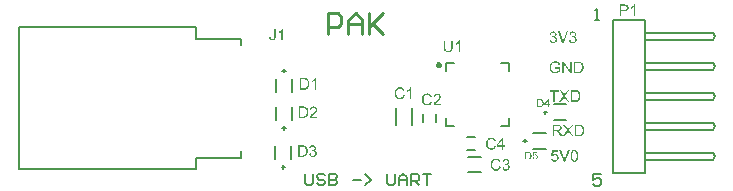
<source format=gbr>
%FSTAX23Y23*%
%MOIN*%
%SFA1B1*%

%IPPOS*%
%ADD30C,0.009843*%
%ADD31C,0.007874*%
%ADD32C,0.006000*%
%ADD33C,0.010000*%
%LNpcb1_legend_top-1*%
%LPD*%
G36*
X00391Y00149D02*
X00391D01*
X00391Y00149*
X00392Y00149*
X00392Y00149*
X00393Y00149*
X00393Y00149*
X00394Y00149*
X00395Y00149*
X00395Y00148*
X00396Y00148*
X00396Y00148*
X00396Y00148*
X00396Y00148*
X00396Y00148*
X00397Y00148*
X00397Y00148*
X00397Y00147*
X00397Y00147*
X00398Y00147*
X00398Y00147*
X00399Y00146*
X004Y00145*
X004Y00145*
X004Y00144*
X004Y00144*
X004Y00144*
X004Y00144*
X004Y00144*
X004Y00144*
X00401Y00143*
X00401Y00143*
X00401Y00143*
X00401Y00142*
X00401Y00142*
X00401Y00141*
X00401Y0014*
X00402Y0014*
X00402Y00139*
Y00139*
Y00139*
Y00139*
X00402Y00139*
Y00139*
X00401Y00139*
X00401Y00138*
X00401Y00138*
X00401Y00137*
X00401Y00136*
X00401Y00136*
X00401Y00136*
X004Y00135*
X004Y00135*
X004Y00135*
X004Y00135*
X004Y00135*
X004Y00135*
X004Y00134*
X004Y00134*
X00399Y00134*
X00399Y00134*
X00399Y00133*
X00399Y00133*
X00398Y00133*
X00398Y00133*
X00398Y00132*
X00397Y00132*
X00397Y00132*
X00396Y00132*
X00396*
X00396Y00132*
X00397Y00132*
X00397Y00131*
X00397Y00131*
X00397Y00131*
X00398Y00131*
X00398Y00131*
X00399Y00131*
X00399Y0013*
X00399Y0013*
X004Y0013*
X004Y0013*
X00401Y00129*
X00401Y00129*
X00402Y00128*
X00402Y00128*
X00402Y00128*
X00402Y00128*
X00402Y00128*
X00402Y00128*
X00402Y00127*
X00402Y00127*
X00402Y00127*
X00403Y00126*
X00403Y00126*
X00403Y00125*
X00403Y00125*
X00403Y00124*
X00403Y00124*
X00403Y00123*
X00403Y00122*
Y00122*
Y00122*
X00403Y00122*
X00403Y00121*
X00403Y00121*
X00403Y0012*
X00403Y0012*
X00403Y00119*
X00403Y00119*
X00403Y00118*
X00402Y00117*
X00402Y00116*
X00401Y00116*
X00401Y00115*
X004Y00114*
X004Y00114*
X004Y00114*
X004Y00114*
X00399Y00113*
X00399Y00113*
X00399Y00113*
X00398Y00113*
X00398Y00112*
X00397Y00112*
X00397Y00112*
X00396Y00111*
X00395Y00111*
X00394Y00111*
X00393Y00111*
X00392Y0011*
X00392Y0011*
X0039Y0011*
X0039*
X0039Y0011*
X0039Y0011*
X00389Y0011*
X00389Y0011*
X00388Y0011*
X00388Y00111*
X00387Y00111*
X00386Y00111*
X00386Y00111*
X00385Y00111*
X00384Y00112*
X00383Y00112*
X00383Y00113*
X00382Y00113*
X00382Y00113*
X00382Y00113*
X00382Y00114*
X00382Y00114*
X00381Y00114*
X00381Y00114*
X00381Y00115*
X0038Y00115*
X0038Y00116*
X0038Y00116*
X00379Y00117*
X00379Y00118*
X00379Y00119*
X00379Y00119*
X00378Y0012*
X00378Y00121*
X00383Y00122*
Y00122*
X00383Y00121*
X00383Y00121*
X00383Y00121*
X00383Y00121*
X00383Y0012*
X00384Y0012*
X00384Y00119*
X00384Y00118*
X00385Y00118*
X00385Y00117*
X00385Y00117*
X00385Y00116*
X00386Y00116*
X00386Y00116*
X00386Y00116*
X00386Y00116*
X00386Y00116*
X00386Y00115*
X00387Y00115*
X00387Y00115*
X00387Y00115*
X00387Y00115*
X00388Y00115*
X00388Y00115*
X00389Y00114*
X00389Y00114*
X0039Y00114*
X0039Y00114*
X00391Y00114*
X00391*
X00391Y00114*
X00391*
X00391Y00114*
X00392Y00114*
X00392Y00114*
X00392Y00114*
X00393Y00115*
X00393Y00115*
X00394Y00115*
X00394Y00115*
X00395Y00115*
X00395Y00116*
X00396Y00116*
X00396Y00116*
X00396Y00116*
X00396Y00117*
X00396Y00117*
X00396Y00117*
X00397Y00117*
X00397Y00117*
X00397Y00118*
X00397Y00118*
X00397Y00118*
X00398Y00119*
X00398Y00119*
X00398Y0012*
X00398Y0012*
X00398Y00121*
X00398Y00121*
X00398Y00122*
Y00122*
Y00122*
Y00122*
X00398Y00123*
X00398Y00123*
X00398Y00123*
X00398Y00124*
X00398Y00124*
X00398Y00124*
X00398Y00125*
X00398Y00125*
X00398Y00126*
X00397Y00126*
X00397Y00127*
X00397Y00127*
X00396Y00127*
X00396Y00127*
X00396Y00128*
X00396Y00128*
X00396Y00128*
X00396Y00128*
X00395Y00128*
X00395Y00128*
X00395Y00128*
X00394Y00129*
X00394Y00129*
X00394Y00129*
X00393Y00129*
X00393Y00129*
X00392Y00129*
X00392Y0013*
X00391Y0013*
X00391*
X0039Y0013*
X0039Y00129*
X0039Y00129*
X00389Y00129*
X00388Y00129*
X00388Y00129*
X00388Y00133*
X00388*
X00388Y00133*
X00388*
X00389Y00133*
X00389*
X00389Y00133*
X0039Y00133*
X0039Y00133*
X0039Y00133*
X00391Y00133*
X00391Y00133*
X00392Y00134*
X00392Y00134*
X00393Y00134*
X00393Y00134*
X00394Y00134*
X00394Y00135*
X00394Y00135*
X00394Y00135*
X00394Y00135*
X00395Y00135*
X00395Y00135*
X00395Y00135*
X00395Y00136*
X00395Y00136*
X00396Y00136*
X00396Y00137*
X00396Y00137*
X00396Y00137*
X00396Y00138*
X00397Y00138*
X00397Y00139*
X00397Y0014*
Y0014*
Y0014*
Y0014*
X00397Y0014*
X00397Y0014*
X00397Y0014*
X00397Y00141*
X00396Y00141*
X00396Y00142*
X00396Y00142*
X00396Y00142*
X00396Y00143*
X00395Y00143*
X00395Y00143*
X00395Y00144*
X00395Y00144*
X00395Y00144*
X00395Y00144*
X00395Y00144*
X00394Y00144*
X00394Y00144*
X00394Y00144*
X00394Y00145*
X00393Y00145*
X00393Y00145*
X00393Y00145*
X00392Y00145*
X00392Y00145*
X00391Y00145*
X00391Y00145*
X0039Y00145*
X0039*
X0039Y00145*
X0039Y00145*
X00389Y00145*
X00389Y00145*
X00389Y00145*
X00388Y00145*
X00388Y00145*
X00387Y00145*
X00387Y00145*
X00387Y00144*
X00386Y00144*
X00386Y00144*
X00386Y00144*
X00386Y00144*
X00386Y00144*
X00386Y00143*
X00385Y00143*
X00385Y00143*
X00385Y00143*
X00385Y00142*
X00385Y00142*
X00384Y00142*
X00384Y00141*
X00384Y00141*
X00384Y0014*
X00384Y0014*
X00384Y00139*
X00384Y00139*
X00379Y00139*
Y00139*
Y00139*
X00379Y0014*
X00379Y0014*
X00379Y0014*
X00379Y00141*
X00379Y00141*
X00379Y00142*
X0038Y00142*
X0038Y00143*
X0038Y00143*
X0038Y00144*
X00381Y00145*
X00381Y00145*
X00382Y00146*
X00382Y00146*
X00383Y00147*
X00383Y00147*
X00383Y00147*
X00383Y00147*
X00383Y00147*
X00384Y00147*
X00384Y00148*
X00384Y00148*
X00385Y00148*
X00385Y00148*
X00386Y00149*
X00387Y00149*
X00387Y00149*
X00388Y00149*
X00389Y00149*
X00389Y00149*
X0039Y00149*
X00391*
X00391Y00149*
G37*
G36*
X00356Y00149D02*
X00356D01*
X00357Y00149*
X00357*
X00358Y00149*
X0036Y00149*
X0036Y00149*
X00361Y00149*
X00361Y00149*
X00362Y00149*
X00362*
X00362Y00149*
X00362Y00149*
X00362Y00149*
X00362Y00148*
X00363Y00148*
X00363Y00148*
X00364Y00148*
X00364Y00148*
X00365Y00147*
X00366Y00147*
X00367Y00146*
X00367Y00146*
X00367Y00146*
X00367Y00146*
X00367Y00146*
X00368Y00145*
X00368Y00145*
X00368Y00145*
X00369Y00145*
X00369Y00144*
X00369Y00144*
X0037Y00143*
X0037Y00143*
X0037Y00142*
X00371Y00141*
X00371Y00141*
X00371Y0014*
X00372Y00139*
X00372Y00139*
X00372Y00139*
X00372Y00139*
X00372Y00139*
X00372Y00138*
X00372Y00138*
X00372Y00137*
X00372Y00137*
X00373Y00136*
X00373Y00135*
X00373Y00135*
X00373Y00134*
X00373Y00133*
X00373Y00132*
X00373Y00131*
X00373Y0013*
Y0013*
Y0013*
Y0013*
X00373Y0013*
Y00129*
X00373Y00129*
X00373Y00128*
X00373Y00128*
X00373Y00127*
X00373Y00126*
X00373Y00125*
X00373Y00124*
X00372Y00123*
Y00122*
X00372Y00122*
X00372Y00122*
X00372Y00122*
X00372Y00122*
X00372Y00121*
X00372Y00121*
X00371Y00121*
X00371Y0012*
X00371Y00119*
X0037Y00118*
X0037Y00117*
X0037Y00117*
X00369Y00117*
X00369Y00117*
X00369Y00117*
X00369Y00116*
X00369Y00116*
X00369Y00116*
X00368Y00115*
X00367Y00115*
X00367Y00114*
X00366Y00113*
X00366*
X00366Y00113*
X00366Y00113*
X00366Y00113*
X00366Y00113*
X00365Y00113*
X00365Y00113*
X00365Y00113*
X00364Y00113*
X00364Y00112*
X00364Y00112*
X00363Y00112*
X00362Y00112*
X00362Y00112*
X00361*
X00361Y00112*
X00361Y00111*
X00361Y00111*
X00361Y00111*
X0036Y00111*
X0036Y00111*
X0036Y00111*
X00359Y00111*
X00359Y00111*
X00358Y00111*
X00358Y00111*
X00357Y00111*
X00357Y00111*
X00355Y00111*
X00342*
Y00149*
X00355*
X00356Y00149*
G37*
G36*
X01232Y00095D02*
X01227D01*
X01212Y00133*
X01218*
X01228Y00106*
X01228Y00106*
X01228Y00105*
X01228Y00105*
X01228Y00105*
X01228Y00105*
X01228Y00104*
X01228Y00104*
X01228Y00104*
X01229Y00103*
X01229Y00103*
X01229Y00102*
X01229Y001*
X0123Y00099*
Y00099*
X0123Y00099*
X0123Y001*
X0123Y001*
X0123Y001*
X0123Y001*
X0123Y00101*
X0123Y00101*
X0123Y00102*
X01231Y00102*
X01231Y00103*
X01231Y00103*
X01231Y00104*
X01232Y00106*
X01242Y00133*
X01247*
X01232Y00095*
G37*
G36*
X01208Y00128D02*
X01193D01*
X01191Y00118*
X01191Y00118*
X01191Y00118*
X01191Y00118*
X01191Y00119*
X01192Y00119*
X01192Y00119*
X01192Y00119*
X01193Y00119*
X01193Y0012*
X01194Y0012*
X01195Y0012*
X01195Y0012*
X01196Y0012*
X01197Y0012*
X01197Y00121*
X01198Y00121*
X01198*
X01198Y00121*
X01199Y00121*
X01199Y0012*
X012Y0012*
X012Y0012*
X01201Y0012*
X01202Y0012*
X01202Y0012*
X01203Y00119*
X01204Y00119*
X01204Y00119*
X01205Y00118*
X01206Y00118*
X01206Y00117*
X01206Y00117*
X01207Y00117*
X01207Y00117*
X01207Y00116*
X01207Y00116*
X01208Y00116*
X01208Y00115*
X01208Y00115*
X01209Y00114*
X01209Y00113*
X01209Y00113*
X01209Y00112*
X0121Y00111*
X0121Y0011*
X0121Y00109*
X0121Y00108*
Y00108*
Y00108*
Y00108*
Y00108*
X0121Y00108*
X0121Y00107*
X0121Y00107*
X0121Y00106*
X0121Y00106*
X0121Y00105*
X01209Y00104*
X01209Y00104*
X01209Y00103*
X01209Y00102*
X01208Y00101*
X01208Y00101*
X01207Y001*
X01207Y00099*
X01207Y00099*
X01207Y00099*
X01206Y00099*
X01206Y00098*
X01206Y00098*
X01205Y00098*
X01205Y00097*
X01204Y00097*
X01204Y00096*
X01203Y00096*
X01202Y00096*
X01201Y00095*
X012Y00095*
X01199Y00095*
X01198Y00095*
X01197Y00095*
X01197*
X01196Y00095*
X01196Y00095*
X01195Y00095*
X01195Y00095*
X01194Y00095*
X01194Y00095*
X01193Y00095*
X01192Y00095*
X01192Y00095*
X01191Y00096*
X0119Y00096*
X0119Y00096*
X01189Y00097*
X01188Y00097*
X01188Y00097*
X01188Y00098*
X01188Y00098*
X01188Y00098*
X01187Y00098*
X01187Y00099*
X01187Y00099*
X01187Y00099*
X01186Y001*
X01186Y00101*
X01186Y00101*
X01185Y00102*
X01185Y00103*
X01185Y00103*
X01185Y00104*
X01185Y00105*
X01189Y00106*
Y00106*
X01189Y00105*
X01189Y00105*
X0119Y00105*
X0119Y00105*
X0119Y00104*
X0119Y00104*
X0119Y00104*
X0119Y00103*
X0119Y00102*
X01191Y00102*
X01191Y00101*
X01191Y00101*
X01192Y00101*
X01192Y001*
X01192Y001*
X01192Y001*
X01192Y001*
X01192Y001*
X01193Y001*
X01193Y001*
X01193Y00099*
X01193Y00099*
X01194Y00099*
X01194Y00099*
X01194Y00099*
X01195Y00099*
X01195Y00099*
X01196Y00098*
X01196Y00098*
X01197Y00098*
X01197*
X01197Y00098*
X01197*
X01198Y00098*
X01198Y00099*
X01198Y00099*
X01199Y00099*
X01199Y00099*
X012Y00099*
X012Y00099*
X01201Y00099*
X01201Y001*
X01202Y001*
X01202Y001*
X01203Y00101*
X01203Y00101*
X01203Y00101*
X01203Y00101*
X01203Y00101*
X01203Y00102*
X01203Y00102*
X01204Y00102*
X01204Y00103*
X01204Y00103*
X01204Y00104*
X01204Y00104*
X01205Y00105*
X01205Y00106*
X01205Y00106*
X01205Y00107*
X01205Y00108*
Y00108*
Y00108*
X01205Y00108*
Y00108*
X01205Y00109*
X01205Y00109*
X01205Y0011*
X01205Y0011*
X01205Y00111*
X01204Y00111*
X01204Y00112*
X01204Y00112*
X01204Y00113*
X01203Y00113*
X01203Y00114*
X01203Y00114*
X01203Y00114*
X01203Y00114*
X01202Y00114*
X01202Y00114*
X01202Y00115*
X01202Y00115*
X01201Y00115*
X01201Y00115*
X01201Y00115*
X012Y00116*
X012Y00116*
X01199Y00116*
X01199Y00116*
X01198Y00116*
X01197Y00116*
X01197Y00116*
X01197*
X01196Y00116*
X01196*
X01196Y00116*
X01196Y00116*
X01195Y00116*
X01195Y00116*
X01194Y00116*
X01193Y00116*
X01193Y00115*
X01193*
X01193Y00115*
X01192Y00115*
X01192Y00115*
X01192Y00115*
X01192Y00115*
X01191Y00114*
X01191Y00114*
X0119Y00113*
X0119Y00113*
X01185Y00113*
X01189Y00133*
X01208*
Y00128*
G37*
G36*
X01263Y00134D02*
X01263D01*
X01264Y00134*
X01264Y00134*
X01264Y00133*
X01265Y00133*
X01266Y00133*
X01267Y00133*
X01267Y00133*
X01268Y00132*
X01268*
X01268Y00132*
X01268Y00132*
X01268Y00132*
X01268Y00132*
X01269Y00132*
X01269Y00132*
X01269Y00131*
X0127Y00131*
X0127Y0013*
X01271Y0013*
X01272Y00129*
X01272Y00129*
X01272Y00129*
X01272Y00129*
X01272Y00128*
X01272Y00128*
X01272Y00128*
X01272Y00128*
X01273Y00127*
X01273Y00127*
X01273Y00126*
X01273Y00126*
X01273Y00125*
X01274Y00125*
X01274Y00124*
X01274Y00124*
X01274Y00123*
Y00123*
X01274Y00123*
X01274Y00123*
X01274Y00122*
X01274Y00122*
X01274Y00122*
X01274Y00121*
X01275Y00121*
X01275Y0012*
X01275Y00119*
X01275Y00119*
X01275Y00118*
X01275Y00117*
X01275Y00116*
X01275Y00115*
Y00114*
Y00114*
Y00114*
Y00114*
Y00114*
Y00114*
Y00113*
X01275Y00113*
Y00113*
X01275Y00112*
X01275Y00112*
X01275Y00111*
X01275Y0011*
X01275Y00109*
X01275Y00108*
X01274Y00107*
X01274Y00106*
X01274Y00105*
X01274Y00104*
X01274Y00103*
X01274Y00103*
X01274Y00103*
X01273Y00103*
X01273Y00102*
X01273Y00102*
X01273Y00102*
X01273Y00101*
X01273Y00101*
X01272Y001*
X01272Y001*
X01272Y00099*
X01271Y00099*
X01271Y00098*
X0127Y00098*
X0127Y00097*
X01269Y00097*
X01269Y00097*
X01269Y00097*
X01269Y00097*
X01269Y00096*
X01269Y00096*
X01268Y00096*
X01268Y00096*
X01268Y00096*
X01267Y00095*
X01266Y00095*
X01266Y00095*
X01265Y00095*
X01265Y00095*
X01264Y00095*
X01263Y00095*
X01262Y00095*
X01262*
X01262Y00095*
X01262Y00095*
X01261Y00095*
X01261Y00095*
X0126Y00095*
X01259Y00095*
X01259Y00095*
X01258Y00095*
X01257Y00096*
X01256Y00096*
X01256Y00097*
X01255Y00097*
X01254Y00098*
X01254Y00098*
Y00098*
X01254Y00098*
X01254Y00099*
X01254Y00099*
X01254Y00099*
X01253Y00099*
X01253Y00099*
X01253Y00099*
X01253Y001*
X01253Y001*
X01253Y001*
X01253Y00101*
X01252Y00101*
X01252Y00101*
X01252Y00102*
X01252Y00102*
X01252Y00103*
X01252Y00103*
X01251Y00104*
X01251Y00104*
X01251Y00105*
X01251Y00106*
X01251Y00106*
X01251Y00107*
X0125Y00108*
X0125Y00109*
X0125Y00109*
X0125Y0011*
X0125Y00111*
X0125Y00112*
X0125Y00113*
Y00114*
Y00114*
Y00114*
Y00114*
Y00114*
Y00114*
Y00115*
X0125Y00115*
Y00115*
X0125Y00116*
X0125Y00116*
X0125Y00117*
X0125Y00118*
X0125Y00119*
X0125Y0012*
X01251Y00122*
X01251Y00122*
X01251Y00123*
X01251Y00124*
X01251Y00125*
X01251Y00125*
X01251Y00125*
X01252Y00125*
X01252Y00126*
X01252Y00126*
X01252Y00126*
X01252Y00127*
X01252Y00127*
X01253Y00128*
X01253Y00128*
X01253Y00129*
X01254Y00129*
X01254Y0013*
X01255Y0013*
X01255Y00131*
X01256Y00131*
X01256Y00131*
X01256Y00131*
X01256Y00132*
X01256Y00132*
X01256Y00132*
X01257Y00132*
X01257Y00132*
X01257Y00133*
X01258Y00133*
X01258Y00133*
X01259Y00133*
X0126Y00133*
X0126Y00133*
X01261Y00134*
X01262Y00134*
X01262Y00134*
X01263*
X01263Y00134*
G37*
G36*
X01232Y00315D02*
X01246Y00295D01*
X0124*
X0123Y00308*
X0123Y00308*
X0123Y00308*
X0123Y00309*
X0123Y00309*
X0123Y00309*
X01229Y0031*
X01229Y0031*
Y0031*
X01229Y0031*
X01229Y0031*
X01229Y0031*
X01228Y0031*
X01228Y00309*
X01228Y00309*
X01228Y00309*
X01227Y00308*
X01227Y00308*
X01217Y00295*
X01211*
X01226Y00314*
X01213Y00333*
X01219*
X01226Y00323*
X01226Y00323*
X01226Y00323*
X01226Y00323*
X01226Y00323*
X01227Y00322*
X01227Y00322*
X01227Y00322*
X01227Y00321*
X01228Y00321*
X01228Y0032*
X01229Y00319*
X01229Y00319*
X01229Y00318*
X01229Y00318*
X01229Y00318*
X01229Y00319*
X01229Y00319*
X01229Y00319*
X0123Y00319*
X0123Y00319*
X0123Y0032*
X0123Y0032*
X01231Y00321*
X01231Y00322*
X01232Y00323*
X0124Y00333*
X01245*
X01232Y00315*
G37*
G36*
X01265Y00333D02*
X01266D01*
X01266Y00333*
X01267*
X01268Y00333*
X01269Y00333*
X01269Y00333*
X0127Y00332*
X0127Y00332*
X01271Y00332*
X01271*
X01271Y00332*
X01271Y00332*
X01271Y00332*
X01272Y00332*
X01272Y00332*
X01272Y00332*
X01273Y00332*
X01274Y00331*
X01275Y00331*
X01276Y0033*
X01276Y0033*
X01276Y0033*
X01276Y0033*
X01277Y00329*
X01277Y00329*
X01277Y00329*
X01277Y00329*
X01277Y00329*
X01278Y00328*
X01278Y00328*
X01278Y00327*
X01279Y00327*
X01279Y00326*
X0128Y00326*
X0128Y00325*
X0128Y00324*
X01281Y00324*
X01281Y00323*
X01281Y00323*
X01281Y00323*
X01281Y00323*
X01281Y00322*
X01281Y00322*
X01281Y00321*
X01282Y00321*
X01282Y0032*
X01282Y0032*
X01282Y00319*
X01282Y00318*
X01282Y00317*
X01282Y00317*
X01282Y00316*
X01282Y00315*
X01282Y00314*
Y00314*
Y00314*
Y00313*
X01282Y00313*
Y00313*
X01282Y00312*
X01282Y00312*
X01282Y00311*
X01282Y00311*
X01282Y0031*
X01282Y00309*
X01282Y00307*
X01281Y00306*
Y00306*
X01281Y00306*
X01281Y00306*
X01281Y00306*
X01281Y00305*
X01281Y00305*
X01281Y00305*
X01281Y00304*
X0128Y00303*
X0128Y00302*
X01279Y00301*
X01279Y00301*
X01279Y00301*
X01279Y003*
X01279Y003*
X01279Y003*
X01278Y003*
X01278Y003*
X01278Y00299*
X01277Y00299*
X01277Y00298*
X01276Y00298*
X01275Y00297*
X01275*
X01275Y00297*
X01275Y00297*
X01275Y00297*
X01275Y00297*
X01275Y00297*
X01274Y00296*
X01274Y00296*
X01274Y00296*
X01273Y00296*
X01273Y00296*
X01273Y00296*
X01272Y00295*
X01271Y00295*
X01271*
X01271Y00295*
X0127Y00295*
X0127Y00295*
X0127Y00295*
X0127Y00295*
X01269Y00295*
X01269Y00295*
X01269Y00295*
X01268Y00295*
X01268Y00295*
X01267Y00295*
X01266Y00295*
X01266Y00295*
X01265Y00295*
X01251*
Y00333*
X01265*
X01265Y00333*
G37*
G36*
X0121Y00328D02*
X01197D01*
Y00295*
X01192*
Y00328*
X0118*
Y00333*
X0121*
Y00328*
G37*
G36*
X01245Y002D02*
X01259Y0018D01*
X01253*
X01243Y00193*
X01243Y00193*
X01243Y00193*
X01243Y00194*
X01243Y00194*
X01243Y00194*
X01242Y00195*
X01242Y00195*
Y00195*
X01242Y00195*
X01242Y00195*
X01242Y00195*
X01241Y00195*
X01241Y00194*
X01241Y00194*
X01241Y00194*
X0124Y00193*
X0124Y00193*
X0123Y0018*
X01224*
X01239Y00199*
X01226Y00218*
X01232*
X01239Y00208*
X01239Y00208*
X01239Y00208*
X01239Y00208*
X01239Y00208*
X01239Y00207*
X0124Y00207*
X0124Y00207*
X0124Y00206*
X01241Y00206*
X01241Y00205*
X01242Y00204*
X01242Y00204*
X01242Y00203*
X01242Y00203*
X01242Y00203*
X01242Y00204*
X01242Y00204*
X01242Y00204*
X01243Y00204*
X01243Y00204*
X01243Y00205*
X01243Y00205*
X01244Y00206*
X01244Y00207*
X01245Y00208*
X01253Y00218*
X01258*
X01245Y002*
G37*
G36*
X01278Y00218D02*
X01279D01*
X01279Y00218*
X0128*
X01281Y00218*
X01282Y00218*
X01282Y00218*
X01283Y00217*
X01283Y00217*
X01284Y00217*
X01284*
X01284Y00217*
X01284Y00217*
X01284Y00217*
X01285Y00217*
X01285Y00217*
X01285Y00217*
X01286Y00217*
X01287Y00216*
X01288Y00216*
X01288Y00215*
X01289Y00215*
X01289Y00215*
X01289Y00215*
X0129Y00214*
X0129Y00214*
X0129Y00214*
X0129Y00214*
X0129Y00214*
X01291Y00213*
X01291Y00213*
X01291Y00212*
X01292Y00212*
X01292Y00211*
X01293Y00211*
X01293Y0021*
X01293Y00209*
X01294Y00209*
X01294Y00208*
X01294Y00208*
X01294Y00208*
X01294Y00208*
X01294Y00207*
X01294Y00207*
X01294Y00206*
X01295Y00206*
X01295Y00205*
X01295Y00205*
X01295Y00204*
X01295Y00203*
X01295Y00202*
X01295Y00202*
X01295Y00201*
X01295Y002*
X01295Y00199*
Y00199*
Y00199*
Y00198*
X01295Y00198*
Y00198*
X01295Y00197*
X01295Y00197*
X01295Y00196*
X01295Y00196*
X01295Y00195*
X01295Y00194*
X01295Y00192*
X01294Y00191*
Y00191*
X01294Y00191*
X01294Y00191*
X01294Y00191*
X01294Y0019*
X01294Y0019*
X01294Y0019*
X01294Y00189*
X01293Y00188*
X01293Y00187*
X01292Y00186*
X01292Y00186*
X01292Y00186*
X01292Y00185*
X01292Y00185*
X01292Y00185*
X01291Y00185*
X01291Y00185*
X01291Y00184*
X0129Y00184*
X0129Y00183*
X01289Y00183*
X01288Y00182*
X01288*
X01288Y00182*
X01288Y00182*
X01288Y00182*
X01288Y00182*
X01288Y00182*
X01287Y00181*
X01287Y00181*
X01287Y00181*
X01286Y00181*
X01286Y00181*
X01286Y00181*
X01285Y0018*
X01284Y0018*
X01284*
X01284Y0018*
X01283Y0018*
X01283Y0018*
X01283Y0018*
X01283Y0018*
X01282Y0018*
X01282Y0018*
X01282Y0018*
X01281Y0018*
X01281Y0018*
X0128Y0018*
X01279Y0018*
X01279Y0018*
X01278Y0018*
X01264*
Y00218*
X01278*
X01278Y00218*
G37*
G36*
X01207D02*
X01208D01*
X01208Y00218*
X01209Y00218*
X01209Y00218*
X0121Y00218*
X01211Y00218*
X01212Y00217*
X01213Y00217*
X01213Y00217*
X01214Y00217*
X01214Y00217*
X01214*
X01214Y00217*
X01215Y00217*
X01215Y00217*
X01215Y00216*
X01215Y00216*
X01215Y00216*
X01216Y00216*
X01216Y00216*
X01216Y00215*
X01217Y00215*
X01217Y00215*
X01218Y00214*
X01218Y00214*
X01218Y00214*
X01219Y00213*
X01219Y00213*
X01219Y00213*
X01219Y00213*
X01219Y00213*
X01219Y00212*
X01219Y00212*
X01219Y00212*
X01219Y00211*
X01219Y00211*
X0122Y00211*
X0122Y0021*
X0122Y0021*
X0122Y00209*
X0122Y00209*
X0122Y00208*
X0122Y00207*
Y00207*
Y00207*
X0122Y00207*
Y00207*
X0122Y00206*
X0122Y00206*
X0122Y00205*
X0122Y00205*
X0122Y00204*
X01219Y00204*
X01219Y00203*
X01219Y00203*
X01219Y00202*
X01218Y00202*
X01218Y00201*
X01217Y002*
X01217Y002*
X01217Y002*
X01217Y002*
X01217Y002*
X01217Y002*
X01216Y002*
X01216Y00199*
X01215Y00199*
X01215Y00199*
X01214Y00198*
X01214Y00198*
X01213Y00198*
X01212Y00198*
X01211Y00197*
X0121Y00197*
X01209Y00197*
X01209*
X01209Y00197*
X0121Y00197*
X0121Y00197*
X0121Y00197*
X0121Y00197*
X0121Y00196*
X01211Y00196*
X01211Y00196*
X01212Y00195*
X01212Y00195*
X01212Y00195*
X01212Y00195*
X01213Y00195*
X01213Y00195*
X01213Y00194*
X01213Y00194*
X01213Y00194*
X01214Y00194*
X01214Y00193*
X01214Y00193*
X01215Y00192*
X01215Y00192*
X01215Y00192*
X01216Y00191*
X01217Y0019*
X01223Y0018*
X01217*
X01212Y00187*
X01212Y00188*
X01212Y00188*
X01212Y00188*
X01211Y00188*
X01211Y00188*
X01211Y00189*
X01211Y00189*
X01211Y00189*
X0121Y0019*
X01209Y00191*
X01209Y00192*
X01208Y00192*
X01208Y00193*
X01208Y00193*
X01208Y00193*
X01208Y00193*
X01208Y00193*
X01208Y00193*
X01207Y00194*
X01207Y00194*
X01206Y00195*
X01206Y00195*
X01206Y00195*
X01206Y00195*
X01205Y00195*
X01205Y00196*
X01205Y00196*
X01205Y00196*
X01204Y00196*
X01204Y00196*
X01203Y00196*
X01203*
X01203Y00196*
X01203Y00196*
X01203Y00196*
X01202Y00196*
X01202Y00197*
X01201Y00197*
X01195*
Y0018*
X0119*
Y00218*
X01207*
X01207Y00218*
G37*
G36*
X01199Y00429D02*
X012D01*
X012Y00429*
X01201Y00429*
X01201Y00429*
X01202Y00429*
X01202Y00429*
X01204Y00429*
X01204Y00428*
X01205Y00428*
X01206Y00428*
X01206Y00428*
X01206Y00428*
X01206Y00428*
X01207Y00428*
X01207Y00428*
X01207Y00427*
X01207Y00427*
X01208Y00427*
X01208Y00427*
X01209Y00427*
X01209Y00426*
X0121Y00426*
X01211Y00425*
X01211Y00424*
X01211Y00424*
X01211Y00424*
X01212Y00424*
X01212Y00424*
X01212Y00424*
X01212Y00423*
X01212Y00423*
X01212Y00423*
X01213Y00422*
X01213Y00422*
X01213Y00421*
X01213Y00421*
X01213Y0042*
X01214Y0042*
X01214Y00419*
X01214Y00418*
X01214Y00418*
X0121Y00416*
Y00417*
X0121Y00417*
X0121Y00417*
X0121Y00417*
X0121Y00417*
X01209Y00418*
X01209Y00418*
X01209Y00418*
X01209Y00419*
X01209Y0042*
X01208Y0042*
X01208Y00421*
X01208Y00421*
X01208Y00421*
X01208Y00421*
X01208Y00421*
X01207Y00421*
X01207Y00421*
X01207Y00422*
X01207Y00422*
X01207Y00422*
X01206Y00422*
X01206Y00422*
X01206Y00423*
X01205Y00423*
X01204Y00424*
X01204*
X01204Y00424*
X01204Y00424*
X01204Y00424*
X01203Y00424*
X01203Y00424*
X01203Y00424*
X01202Y00424*
X01202Y00424*
X01202Y00424*
X01201Y00425*
X01201Y00425*
X012Y00425*
X01199Y00425*
X01198*
X01198Y00425*
X01198*
X01197Y00425*
X01197Y00425*
X01197Y00425*
X01196Y00425*
X01196Y00425*
X01195Y00424*
X01194Y00424*
X01193Y00424*
X01193*
X01193Y00424*
X01192Y00424*
X01192Y00424*
X01192Y00423*
X01192Y00423*
X01192Y00423*
X01191Y00423*
X01191Y00423*
X0119Y00422*
X01189Y00422*
X01189Y00421*
X01189Y00421*
X01189Y00421*
X01188Y00421*
X01188Y00421*
X01188Y0042*
X01188Y0042*
X01188Y0042*
X01188Y0042*
X01187Y00419*
X01187Y00419*
X01187Y00418*
X01186Y00417*
X01186Y00417*
X01186Y00417*
X01186Y00417*
X01186Y00417*
X01186Y00416*
X01186Y00416*
X01186Y00415*
X01185Y00415*
X01185Y00414*
X01185Y00414*
X01185Y00413*
X01185Y00412*
X01185Y00412*
X01185Y00411*
X01185Y0041*
X01185Y00409*
Y00409*
Y00409*
Y00409*
Y00409*
X01185Y00409*
X01185Y00408*
X01185Y00408*
X01185Y00407*
X01185Y00406*
X01185Y00406*
X01185Y00405*
X01185Y00404*
X01185Y00404*
X01186Y00403*
X01186Y00402*
X01186Y00401*
X01186Y00401*
X01187Y00401*
X01187Y00401*
X01187Y004*
X01187Y004*
X01187Y004*
X01187Y004*
X01187Y00399*
X01188Y00399*
X01188Y00399*
X01189Y00398*
X01189Y00398*
X01189Y00397*
X0119Y00397*
X0119Y00396*
X01191Y00396*
X01192Y00396*
X01192Y00396*
X01192Y00396*
X01192Y00396*
X01192Y00395*
X01193Y00395*
X01193Y00395*
X01193Y00395*
X01194Y00395*
X01194Y00395*
X01195Y00395*
X01195Y00394*
X01196Y00394*
X01197Y00394*
X01197Y00394*
X01198Y00394*
X01199Y00394*
X01199*
X01199Y00394*
X012*
X012Y00394*
X012Y00394*
X01201Y00394*
X01201Y00394*
X01202Y00394*
X01203Y00395*
X01204Y00395*
X01205Y00395*
X01205Y00395*
X01205Y00395*
X01205Y00395*
X01206Y00395*
X01206Y00396*
X01206Y00396*
X01206Y00396*
X01207Y00396*
X01207Y00396*
X01208Y00397*
X01209Y00397*
X01209Y00398*
X0121Y00398*
X0121Y00398*
Y00405*
X01199*
Y0041*
X01215*
Y00395*
X01215Y00395*
X01215Y00395*
X01215Y00395*
X01214Y00395*
X01214Y00395*
X01214Y00394*
X01213Y00394*
X01213Y00394*
X01212Y00393*
X01211Y00393*
X01211Y00393*
X0121Y00392*
X01209Y00392*
X01208Y00391*
X01207Y00391*
X01207Y00391*
X01207Y00391*
X01207Y00391*
X01207Y00391*
X01206Y00391*
X01206Y00391*
X01205Y0039*
X01205Y0039*
X01204Y0039*
X01203Y0039*
X01203Y0039*
X01202Y0039*
X01201Y0039*
X012Y0039*
X01199Y0039*
X01199*
X01199Y0039*
X01198*
X01198Y0039*
X01197Y0039*
X01196Y0039*
X01196Y0039*
X01195Y0039*
X01194Y0039*
X01193Y0039*
X01192Y00391*
X01191Y00391*
X01191Y00391*
X0119Y00391*
X01189Y00392*
X01189Y00392*
X01189Y00392*
X01188Y00392*
X01188Y00392*
X01188Y00393*
X01187Y00393*
X01187Y00393*
X01186Y00394*
X01186Y00394*
X01185Y00395*
X01184Y00395*
X01184Y00396*
X01183Y00397*
X01183Y00397*
X01182Y00398*
X01182Y00399*
X01182Y00399*
X01182Y00399*
X01182Y00399*
X01181Y004*
X01181Y004*
X01181Y00401*
X01181Y00401*
X01181Y00402*
X0118Y00403*
X0118Y00403*
X0118Y00404*
X0118Y00405*
X0118Y00406*
X0118Y00407*
X0118Y00408*
X0118Y00409*
Y00409*
Y00409*
Y00409*
Y00409*
Y00409*
X0118Y0041*
Y0041*
X0118Y00411*
X0118Y00411*
X0118Y00412*
X0118Y00413*
X0118Y00413*
X0118Y00414*
X0118Y00415*
X0118Y00416*
X01181Y00417*
X01181Y00418*
X01181Y00419*
X01182Y0042*
Y0042*
X01182Y0042*
X01182Y0042*
X01182Y0042*
X01182Y0042*
X01182Y00421*
X01183Y00421*
X01183Y00422*
X01184Y00422*
X01184Y00423*
X01184Y00423*
X01185Y00424*
X01186Y00425*
X01186Y00425*
X01187Y00426*
X01188Y00426*
X01189Y00427*
X01189Y00427*
X01189Y00427*
X01189Y00427*
X01189Y00427*
X0119Y00427*
X0119Y00428*
X01191Y00428*
X01191Y00428*
X01192Y00428*
X01193Y00428*
X01194Y00429*
X01195Y00429*
X01196Y00429*
X01197Y00429*
X01198Y00429*
X01199Y00429*
X01199*
X01199Y00429*
G37*
G36*
X01253Y0039D02*
X01247D01*
X01227Y0042*
Y0039*
X01222*
Y00428*
X01228*
X01248Y00398*
Y00428*
X01253*
Y0039*
G37*
G36*
X01275Y00428D02*
X01276D01*
X01276Y00428*
X01277*
X01278Y00428*
X01279Y00428*
X0128Y00428*
X0128Y00428*
X01281Y00428*
X01281Y00428*
X01281*
X01281Y00428*
X01281Y00428*
X01282Y00428*
X01282Y00428*
X01282Y00428*
X01283Y00427*
X01283Y00427*
X01284Y00427*
X01285Y00426*
X01286Y00426*
X01286Y00426*
X01287Y00425*
X01287Y00425*
X01287Y00425*
X01287Y00425*
X01287Y00425*
X01287Y00424*
X01288Y00424*
X01288Y00424*
X01288Y00423*
X01289Y00423*
X01289Y00422*
X0129Y00422*
X0129Y00421*
X0129Y00421*
X01291Y0042*
X01291Y00419*
X01291Y00419*
X01291Y00419*
X01291Y00418*
X01291Y00418*
X01292Y00418*
X01292Y00418*
X01292Y00417*
X01292Y00417*
X01292Y00416*
X01292Y00415*
X01292Y00415*
X01292Y00414*
X01293Y00413*
X01293Y00412*
X01293Y00411*
X01293Y0041*
X01293Y00409*
Y00409*
Y00409*
Y00409*
X01293Y00409*
Y00408*
X01293Y00408*
X01293Y00407*
X01293Y00407*
X01293Y00406*
X01293Y00406*
X01292Y00404*
X01292Y00403*
X01292Y00402*
Y00402*
X01292Y00402*
X01292Y00401*
X01292Y00401*
X01291Y00401*
X01291Y00401*
X01291Y004*
X01291Y004*
X01291Y00399*
X0129Y00398*
X0129Y00397*
X01289Y00396*
X01289Y00396*
X01289Y00396*
X01289Y00396*
X01289Y00396*
X01289Y00396*
X01289Y00395*
X01288Y00395*
X01288Y00394*
X01287Y00394*
X01286Y00393*
X01286Y00393*
X01286*
X01286Y00393*
X01285Y00393*
X01285Y00392*
X01285Y00392*
X01285Y00392*
X01285Y00392*
X01284Y00392*
X01284Y00392*
X01284Y00392*
X01283Y00392*
X01283Y00391*
X01282Y00391*
X01281Y00391*
X01281*
X01281Y00391*
X01281Y00391*
X01281Y00391*
X0128Y00391*
X0128Y00391*
X0128Y00391*
X01279Y0039*
X01279Y0039*
X01278Y0039*
X01278Y0039*
X01277Y0039*
X01277Y0039*
X01276Y0039*
X01275Y0039*
X01261*
Y00428*
X01275*
X01275Y00428*
G37*
G36*
X01258Y00529D02*
X01258D01*
X01258Y00529*
X01258Y00529*
X01259Y00529*
X01259Y00528*
X0126Y00528*
X01261Y00528*
X01261Y00528*
X01262Y00528*
X01262Y00528*
X01263Y00527*
X01263Y00527*
X01263Y00527*
X01263Y00527*
X01263Y00527*
X01263Y00527*
X01264Y00527*
X01264Y00527*
X01264Y00526*
X01265Y00526*
X01266Y00525*
X01266Y00524*
X01267Y00524*
X01267Y00524*
X01267Y00524*
X01267Y00524*
X01267Y00523*
X01267Y00523*
X01267Y00523*
X01267Y00523*
X01267Y00522*
X01268Y00522*
X01268Y00522*
X01268Y00521*
X01268Y00521*
X01268Y0052*
X01268Y00519*
X01268Y00519*
Y00519*
Y00519*
Y00518*
X01268Y00518*
Y00518*
X01268Y00518*
X01268Y00518*
X01268Y00517*
X01268Y00516*
X01268Y00516*
X01267Y00515*
X01267Y00515*
X01267Y00515*
X01267Y00514*
X01267Y00514*
X01267Y00514*
X01267Y00514*
X01267Y00514*
X01266Y00514*
X01266Y00513*
X01266Y00513*
X01266Y00513*
X01266Y00513*
X01265Y00512*
X01265Y00512*
X01265Y00512*
X01264Y00512*
X01264Y00511*
X01263Y00511*
X01263Y00511*
X01263*
X01263Y00511*
X01263Y00511*
X01263Y00511*
X01264Y00511*
X01264Y00511*
X01264Y0051*
X01265Y0051*
X01265Y0051*
X01266Y0051*
X01266Y0051*
X01267Y00509*
X01267Y00509*
X01267Y00509*
X01268Y00508*
X01268Y00508*
X01268Y00508*
X01268Y00508*
X01268Y00507*
X01269Y00507*
X01269Y00507*
X01269Y00507*
X01269Y00506*
X01269Y00506*
X01269Y00506*
X01269Y00505*
X0127Y00505*
X0127Y00504*
X0127Y00503*
X0127Y00503*
X0127Y00502*
X0127Y00501*
Y00501*
Y00501*
X0127Y00501*
X0127Y00501*
X0127Y005*
X0127Y005*
X0127Y00499*
X0127Y00499*
X01269Y00498*
X01269Y00497*
X01269Y00497*
X01269Y00496*
X01268Y00495*
X01268Y00494*
X01267Y00494*
X01266Y00493*
X01266Y00493*
X01266Y00493*
X01266Y00493*
X01266Y00492*
X01265Y00492*
X01265Y00492*
X01264Y00492*
X01264Y00491*
X01263Y00491*
X01263Y00491*
X01262Y0049*
X01261Y0049*
X0126Y0049*
X01259Y0049*
X01258Y0049*
X01257Y0049*
X01257*
X01257Y0049*
X01256Y0049*
X01256Y0049*
X01255Y0049*
X01255Y0049*
X01254Y0049*
X01254Y0049*
X01253Y0049*
X01252Y0049*
X01251Y00491*
X01251Y00491*
X0125Y00491*
X01249Y00492*
X01249Y00492*
X01249Y00493*
X01249Y00493*
X01248Y00493*
X01248Y00493*
X01248Y00493*
X01248Y00494*
X01247Y00494*
X01247Y00495*
X01247Y00495*
X01246Y00496*
X01246Y00496*
X01246Y00497*
X01246Y00498*
X01245Y00499*
X01245Y00499*
X01245Y005*
X0125Y00501*
Y00501*
X0125Y00501*
X0125Y00501*
X0125Y005*
X0125Y005*
X0125Y005*
X0125Y00499*
X0125Y00499*
X01251Y00498*
X01251Y00497*
X01251Y00496*
X01252Y00496*
X01252Y00496*
X01252Y00495*
X01252Y00495*
X01253Y00495*
X01253Y00495*
X01253Y00495*
X01253Y00495*
X01253Y00495*
X01253Y00494*
X01254Y00494*
X01254Y00494*
X01254Y00494*
X01255Y00494*
X01255Y00494*
X01256Y00494*
X01256Y00493*
X01257Y00493*
X01257Y00493*
X01257*
X01258Y00493*
X01258*
X01258Y00493*
X01258Y00494*
X01259Y00494*
X01259Y00494*
X0126Y00494*
X0126Y00494*
X0126Y00494*
X01261Y00494*
X01261Y00495*
X01262Y00495*
X01262Y00495*
X01263Y00496*
X01263Y00496*
X01263Y00496*
X01263Y00496*
X01263Y00496*
X01263Y00496*
X01264Y00497*
X01264Y00497*
X01264Y00497*
X01264Y00498*
X01264Y00498*
X01265Y00499*
X01265Y00499*
X01265Y005*
X01265Y005*
X01265Y00501*
X01265Y00501*
Y00501*
Y00502*
Y00502*
X01265Y00502*
X01265Y00502*
X01265Y00503*
X01265Y00503*
X01265Y00503*
X01265Y00504*
X01265Y00504*
X01264Y00505*
X01264Y00505*
X01264Y00505*
X01264Y00506*
X01263Y00506*
X01263Y00507*
X01263Y00507*
X01263Y00507*
X01263Y00507*
X01263Y00507*
X01262Y00507*
X01262Y00507*
X01262Y00508*
X01261Y00508*
X01261Y00508*
X01261Y00508*
X0126Y00508*
X0126Y00509*
X01259Y00509*
X01259Y00509*
X01258Y00509*
X01258Y00509*
X01257*
X01257Y00509*
X01257Y00509*
X01256Y00509*
X01256Y00509*
X01255Y00509*
X01254Y00508*
X01255Y00512*
X01255*
X01255Y00512*
X01255*
X01255Y00512*
X01256*
X01256Y00512*
X01256Y00512*
X01257Y00512*
X01257Y00513*
X01257Y00513*
X01258Y00513*
X01258Y00513*
X01259Y00513*
X0126Y00513*
X0126Y00513*
X0126Y00514*
X01261Y00514*
X01261Y00514*
X01261Y00514*
X01261Y00514*
X01261Y00514*
X01261Y00514*
X01262Y00515*
X01262Y00515*
X01262Y00515*
X01262Y00515*
X01263Y00516*
X01263Y00516*
X01263Y00517*
X01263Y00517*
X01263Y00518*
X01263Y00518*
X01263Y00519*
Y00519*
Y00519*
Y00519*
X01263Y00519*
X01263Y00519*
X01263Y0052*
X01263Y0052*
X01263Y0052*
X01263Y00521*
X01263Y00521*
X01263Y00522*
X01262Y00522*
X01262Y00522*
X01262Y00523*
X01262Y00523*
X01262Y00523*
X01261Y00523*
X01261Y00523*
X01261Y00523*
X01261Y00523*
X01261Y00524*
X01261Y00524*
X0126Y00524*
X0126Y00524*
X0126Y00524*
X01259Y00524*
X01259Y00525*
X01259Y00525*
X01258Y00525*
X01258Y00525*
X01257Y00525*
X01257*
X01257Y00525*
X01256Y00525*
X01256Y00525*
X01256Y00525*
X01255Y00525*
X01255Y00524*
X01254Y00524*
X01254Y00524*
X01254Y00524*
X01253Y00524*
X01253Y00523*
X01252Y00523*
X01252Y00523*
X01252Y00523*
X01252Y00523*
X01252Y00523*
X01252Y00523*
X01252Y00522*
X01252Y00522*
X01252Y00522*
X01251Y00521*
X01251Y00521*
X01251Y00521*
X01251Y0052*
X01251Y0052*
X0125Y00519*
X0125Y00519*
X0125Y00518*
X01245Y00519*
Y00519*
Y00519*
X01246Y00519*
X01246Y00519*
X01246Y00519*
X01246Y0052*
X01246Y0052*
X01246Y00521*
X01246Y00521*
X01247Y00522*
X01247Y00523*
X01247Y00523*
X01247Y00524*
X01248Y00524*
X01248Y00525*
X01249Y00526*
X01249Y00526*
X01249Y00526*
X01249Y00526*
X0125Y00526*
X0125Y00526*
X0125Y00527*
X01251Y00527*
X01251Y00527*
X01251Y00527*
X01252Y00528*
X01253Y00528*
X01253Y00528*
X01254Y00528*
X01255Y00528*
X01255Y00529*
X01256Y00529*
X01257Y00529*
X01257*
X01258Y00529*
G37*
G36*
X01192D02*
X01192D01*
X01193Y00529*
X01193Y00529*
X01193Y00529*
X01194Y00528*
X01194Y00528*
X01195Y00528*
X01196Y00528*
X01196Y00528*
X01197Y00528*
X01197Y00527*
X01197Y00527*
X01197Y00527*
X01198Y00527*
X01198Y00527*
X01198Y00527*
X01198Y00527*
X01198Y00527*
X01199Y00526*
X01199Y00526*
X012Y00525*
X01201Y00524*
X01201Y00524*
X01201Y00524*
X01201Y00524*
X01201Y00524*
X01201Y00523*
X01202Y00523*
X01202Y00523*
X01202Y00523*
X01202Y00522*
X01202Y00522*
X01202Y00522*
X01202Y00521*
X01202Y00521*
X01203Y0052*
X01203Y00519*
X01203Y00519*
Y00519*
Y00519*
Y00518*
X01203Y00518*
Y00518*
X01203Y00518*
X01203Y00518*
X01203Y00517*
X01202Y00516*
X01202Y00516*
X01202Y00515*
X01202Y00515*
X01202Y00515*
X01201Y00514*
X01201Y00514*
X01201Y00514*
X01201Y00514*
X01201Y00514*
X01201Y00514*
X01201Y00513*
X01201Y00513*
X012Y00513*
X012Y00513*
X012Y00512*
X01199Y00512*
X01199Y00512*
X01199Y00512*
X01198Y00511*
X01198Y00511*
X01197Y00511*
X01197*
X01198Y00511*
X01198Y00511*
X01198Y00511*
X01198Y00511*
X01199Y00511*
X01199Y0051*
X01199Y0051*
X012Y0051*
X012Y0051*
X01201Y0051*
X01201Y00509*
X01202Y00509*
X01202Y00509*
X01202Y00508*
X01203Y00508*
X01203Y00508*
X01203Y00508*
X01203Y00507*
X01203Y00507*
X01203Y00507*
X01203Y00507*
X01203Y00506*
X01204Y00506*
X01204Y00506*
X01204Y00505*
X01204Y00505*
X01204Y00504*
X01204Y00503*
X01205Y00503*
X01205Y00502*
X01205Y00501*
Y00501*
Y00501*
X01205Y00501*
X01205Y00501*
X01204Y005*
X01204Y005*
X01204Y00499*
X01204Y00499*
X01204Y00498*
X01204Y00497*
X01203Y00497*
X01203Y00496*
X01203Y00495*
X01202Y00494*
X01202Y00494*
X01201Y00493*
X01201Y00493*
X01201Y00493*
X01201Y00493*
X012Y00492*
X012Y00492*
X01199Y00492*
X01199Y00492*
X01198Y00491*
X01198Y00491*
X01197Y00491*
X01196Y0049*
X01195Y0049*
X01195Y0049*
X01194Y0049*
X01193Y0049*
X01192Y0049*
X01191*
X01191Y0049*
X01191Y0049*
X0119Y0049*
X0119Y0049*
X01189Y0049*
X01189Y0049*
X01188Y0049*
X01187Y0049*
X01187Y0049*
X01186Y00491*
X01185Y00491*
X01185Y00491*
X01184Y00492*
X01183Y00492*
X01183Y00493*
X01183Y00493*
X01183Y00493*
X01183Y00493*
X01182Y00493*
X01182Y00494*
X01182Y00494*
X01182Y00495*
X01181Y00495*
X01181Y00496*
X01181Y00496*
X0118Y00497*
X0118Y00498*
X0118Y00499*
X0118Y00499*
X0118Y005*
X01184Y00501*
Y00501*
X01184Y00501*
X01184Y00501*
X01184Y005*
X01184Y005*
X01185Y005*
X01185Y00499*
X01185Y00499*
X01185Y00498*
X01186Y00497*
X01186Y00496*
X01186Y00496*
X01187Y00496*
X01187Y00495*
X01187Y00495*
X01187Y00495*
X01187Y00495*
X01187Y00495*
X01187Y00495*
X01188Y00495*
X01188Y00494*
X01188Y00494*
X01189Y00494*
X01189Y00494*
X01189Y00494*
X0119Y00494*
X0119Y00494*
X01191Y00493*
X01191Y00493*
X01192Y00493*
X01192*
X01192Y00493*
X01192*
X01193Y00493*
X01193Y00494*
X01193Y00494*
X01194Y00494*
X01194Y00494*
X01195Y00494*
X01195Y00494*
X01195Y00494*
X01196Y00495*
X01196Y00495*
X01197Y00495*
X01197Y00496*
X01197Y00496*
X01197Y00496*
X01198Y00496*
X01198Y00496*
X01198Y00496*
X01198Y00497*
X01198Y00497*
X01198Y00497*
X01199Y00498*
X01199Y00498*
X01199Y00499*
X01199Y00499*
X01199Y005*
X01199Y005*
X012Y00501*
X012Y00501*
Y00501*
Y00502*
Y00502*
X012Y00502*
X012Y00502*
X01199Y00503*
X01199Y00503*
X01199Y00503*
X01199Y00504*
X01199Y00504*
X01199Y00505*
X01199Y00505*
X01198Y00505*
X01198Y00506*
X01198Y00506*
X01197Y00507*
X01197Y00507*
X01197Y00507*
X01197Y00507*
X01197Y00507*
X01197Y00507*
X01197Y00507*
X01196Y00508*
X01196Y00508*
X01196Y00508*
X01195Y00508*
X01195Y00508*
X01194Y00509*
X01194Y00509*
X01193Y00509*
X01193Y00509*
X01192Y00509*
X01192*
X01192Y00509*
X01191Y00509*
X01191Y00509*
X0119Y00509*
X01189Y00509*
X01189Y00508*
X01189Y00512*
X01189*
X01189Y00512*
X0119*
X0119Y00512*
X0119*
X01191Y00512*
X01191Y00512*
X01191Y00512*
X01191Y00513*
X01192Y00513*
X01192Y00513*
X01193Y00513*
X01194Y00513*
X01194Y00513*
X01195Y00513*
X01195Y00514*
X01195Y00514*
X01195Y00514*
X01196Y00514*
X01196Y00514*
X01196Y00514*
X01196Y00514*
X01196Y00515*
X01196Y00515*
X01197Y00515*
X01197Y00515*
X01197Y00516*
X01197Y00516*
X01197Y00517*
X01198Y00517*
X01198Y00518*
X01198Y00518*
X01198Y00519*
Y00519*
Y00519*
Y00519*
X01198Y00519*
X01198Y00519*
X01198Y0052*
X01198Y0052*
X01198Y0052*
X01197Y00521*
X01197Y00521*
X01197Y00522*
X01197Y00522*
X01197Y00522*
X01196Y00523*
X01196Y00523*
X01196Y00523*
X01196Y00523*
X01196Y00523*
X01196Y00523*
X01196Y00523*
X01195Y00524*
X01195Y00524*
X01195Y00524*
X01195Y00524*
X01194Y00524*
X01194Y00524*
X01193Y00525*
X01193Y00525*
X01193Y00525*
X01192Y00525*
X01192Y00525*
X01191*
X01191Y00525*
X01191Y00525*
X01191Y00525*
X0119Y00525*
X0119Y00525*
X01189Y00524*
X01189Y00524*
X01189Y00524*
X01188Y00524*
X01188Y00524*
X01187Y00523*
X01187Y00523*
X01187Y00523*
X01187Y00523*
X01187Y00523*
X01187Y00523*
X01187Y00523*
X01186Y00522*
X01186Y00522*
X01186Y00522*
X01186Y00521*
X01186Y00521*
X01185Y00521*
X01185Y0052*
X01185Y0052*
X01185Y00519*
X01185Y00519*
X01185Y00518*
X0118Y00519*
Y00519*
Y00519*
X0118Y00519*
X0118Y00519*
X0118Y00519*
X0118Y0052*
X0118Y0052*
X01181Y00521*
X01181Y00521*
X01181Y00522*
X01181Y00523*
X01182Y00523*
X01182Y00524*
X01182Y00524*
X01183Y00525*
X01183Y00526*
X01184Y00526*
X01184Y00526*
X01184Y00526*
X01184Y00526*
X01184Y00526*
X01185Y00527*
X01185Y00527*
X01186Y00527*
X01186Y00527*
X01187Y00528*
X01187Y00528*
X01188Y00528*
X01188Y00528*
X01189Y00528*
X0119Y00529*
X01191Y00529*
X01191Y00529*
X01192*
X01192Y00529*
G37*
G36*
X01227Y0049D02*
X01222D01*
X01207Y00529*
X01213*
X01223Y00501*
X01223Y00501*
X01223Y00501*
X01223Y005*
X01223Y005*
X01223Y005*
X01223Y00499*
X01223Y00499*
X01223Y00499*
X01224Y00498*
X01224Y00498*
X01224Y00497*
X01224Y00495*
X01225Y00494*
Y00494*
X01225Y00495*
X01225Y00495*
X01225Y00495*
X01225Y00495*
X01225Y00496*
X01225Y00496*
X01225Y00496*
X01225Y00497*
X01226Y00497*
X01226Y00498*
X01226Y00498*
X01226Y00499*
X01227Y00501*
X01237Y00529*
X01242*
X01227Y0049*
G37*
G36*
X01139Y00124D02*
X01129D01*
X01127Y00117*
X01127Y00117*
X01128Y00117*
X01128Y00117*
X01128Y00118*
X01128Y00118*
X01128Y00118*
X01129Y00118*
X01129Y00118*
X01129Y00118*
X0113Y00118*
X0113Y00119*
X0113Y00119*
X01131Y00119*
X01131Y00119*
X01132Y00119*
X01132Y00119*
X01132*
X01133Y00119*
X01133Y00119*
X01133Y00119*
X01133Y00119*
X01134Y00119*
X01134Y00119*
X01135Y00118*
X01135Y00118*
X01136Y00118*
X01136Y00118*
X01137Y00118*
X01137Y00117*
X01138Y00117*
X01138Y00117*
X01138Y00117*
X01138Y00116*
X01138Y00116*
X01138Y00116*
X01138Y00116*
X01139Y00116*
X01139Y00115*
X01139Y00115*
X01139Y00115*
X0114Y00114*
X0114Y00114*
X0114Y00113*
X0114Y00112*
X0114Y00112*
X0114Y00111*
X0114Y00111*
Y00111*
Y00111*
Y0011*
Y0011*
X0114Y0011*
X0114Y0011*
X0114Y0011*
X0114Y00109*
X0114Y00109*
X0114Y00109*
X0114Y00108*
X0114Y00108*
X0114Y00107*
X01139Y00107*
X01139Y00106*
X01139Y00106*
X01139Y00105*
X01138Y00105*
X01138Y00105*
X01138Y00104*
X01138Y00104*
X01138Y00104*
X01138Y00104*
X01137Y00104*
X01137Y00103*
X01136Y00103*
X01136Y00103*
X01136Y00102*
X01135Y00102*
X01134Y00102*
X01134Y00102*
X01133Y00102*
X01132Y00102*
X01131Y00101*
X01131*
X01131Y00102*
X01131Y00102*
X01131Y00102*
X0113Y00102*
X0113Y00102*
X01129Y00102*
X01129Y00102*
X01129Y00102*
X01128Y00102*
X01128Y00102*
X01127Y00103*
X01127Y00103*
X01126Y00103*
X01126Y00103*
X01126Y00103*
X01126Y00104*
X01126Y00104*
X01125Y00104*
X01125Y00104*
X01125Y00104*
X01125Y00105*
X01125Y00105*
X01124Y00105*
X01124Y00106*
X01124Y00106*
X01124Y00106*
X01124Y00107*
X01123Y00107*
X01123Y00108*
X01123Y00109*
X01127Y00109*
Y00109*
X01127Y00109*
X01127Y00109*
X01127Y00109*
X01127Y00108*
X01127Y00108*
X01127Y00108*
X01127Y00108*
X01127Y00107*
X01127Y00107*
X01127Y00106*
X01128Y00106*
X01128Y00106*
X01128Y00106*
X01128Y00105*
X01128Y00105*
X01128Y00105*
X01128Y00105*
X01129Y00105*
X01129Y00105*
X01129Y00105*
X01129Y00105*
X01129Y00105*
X01129Y00105*
X0113Y00104*
X0113Y00104*
X0113Y00104*
X0113Y00104*
X01131Y00104*
X01131Y00104*
X01131Y00104*
X01132*
X01132Y00104*
X01132*
X01132Y00104*
X01132Y00104*
X01133Y00104*
X01133Y00104*
X01133Y00104*
X01133Y00104*
X01134Y00105*
X01134Y00105*
X01134Y00105*
X01135Y00105*
X01135Y00105*
X01135Y00106*
X01135Y00106*
X01135Y00106*
X01136Y00106*
X01136Y00106*
X01136Y00106*
X01136Y00106*
X01136Y00107*
X01136Y00107*
X01136Y00107*
X01136Y00108*
X01137Y00108*
X01137Y00108*
X01137Y00109*
X01137Y00109*
X01137Y0011*
X01137Y0011*
Y0011*
Y0011*
X01137Y00111*
Y00111*
X01137Y00111*
X01137Y00111*
X01137Y00112*
X01137Y00112*
X01137Y00112*
X01137Y00113*
X01136Y00113*
X01136Y00113*
X01136Y00114*
X01136Y00114*
X01136Y00114*
X01135Y00115*
X01135Y00115*
X01135Y00115*
X01135Y00115*
X01135Y00115*
X01135Y00115*
X01135Y00115*
X01135Y00115*
X01134Y00115*
X01134Y00115*
X01134Y00116*
X01133Y00116*
X01133Y00116*
X01133Y00116*
X01132Y00116*
X01132Y00116*
X01131Y00116*
X01131*
X01131Y00116*
X01131*
X01131Y00116*
X01131Y00116*
X01131Y00116*
X0113Y00116*
X0113Y00116*
X01129Y00116*
X01129Y00115*
X01129*
X01129Y00115*
X01129Y00115*
X01129Y00115*
X01128Y00115*
X01128Y00115*
X01128Y00115*
X01127Y00114*
X01127Y00114*
X01127Y00114*
X01124Y00114*
X01126Y00127*
X01139*
Y00124*
G37*
G36*
X01108Y00127D02*
X01109D01*
X01109Y00127*
X01109*
X0111Y00127*
X01111Y00127*
X01111Y00127*
X01111Y00127*
X01112Y00127*
X01112Y00127*
X01112*
X01112Y00127*
X01112Y00127*
X01112Y00127*
X01113Y00127*
X01113Y00127*
X01113Y00127*
X01113Y00127*
X01114Y00126*
X01115Y00126*
X01115Y00126*
X01116Y00126*
X01116Y00125*
X01116Y00125*
X01116Y00125*
X01116Y00125*
X01116Y00125*
X01116Y00125*
X01117Y00125*
X01117Y00124*
X01117Y00124*
X01117Y00124*
X01117Y00123*
X01118Y00123*
X01118Y00123*
X01118Y00122*
X01118Y00122*
X01119Y00121*
X01119Y00121*
X01119Y00121*
X01119Y00121*
X01119Y00121*
X01119Y0012*
X01119Y0012*
X01119Y0012*
X01119Y0012*
X01119Y00119*
X01119Y00119*
X0112Y00118*
X0112Y00118*
X0112Y00117*
X0112Y00117*
X0112Y00116*
X0112Y00115*
X0112Y00115*
Y00115*
Y00115*
Y00115*
X0112Y00114*
Y00114*
X0112Y00114*
X0112Y00113*
X0112Y00113*
X0112Y00113*
X0112Y00112*
X0112Y00111*
X01119Y00111*
X01119Y0011*
Y0011*
X01119Y0011*
X01119Y00109*
X01119Y00109*
X01119Y00109*
X01119Y00109*
X01119Y00109*
X01119Y00108*
X01118Y00108*
X01118Y00107*
X01118Y00107*
X01117Y00106*
X01117Y00106*
X01117Y00106*
X01117Y00106*
X01117Y00106*
X01117Y00106*
X01117Y00105*
X01117Y00105*
X01116Y00105*
X01116Y00104*
X01116Y00104*
X01115Y00104*
X01115*
X01115Y00104*
X01115Y00104*
X01115Y00103*
X01115Y00103*
X01115Y00103*
X01114Y00103*
X01114Y00103*
X01114Y00103*
X01114Y00103*
X01114Y00103*
X01113Y00103*
X01113Y00103*
X01112Y00102*
X01112*
X01112Y00102*
X01112Y00102*
X01112Y00102*
X01112Y00102*
X01111Y00102*
X01111Y00102*
X01111Y00102*
X01111Y00102*
X0111Y00102*
X0111Y00102*
X0111Y00102*
X01109Y00102*
X01109Y00102*
X01108Y00102*
X01099*
Y00128*
X01108*
X01108Y00127*
G37*
G36*
X01177Y00286D02*
X0118D01*
Y00283*
X01177*
Y00277*
X01174*
Y00283*
X01162*
Y00286*
X01174Y00302*
X01177*
Y00286*
G37*
G36*
X01148Y00302D02*
X01149D01*
X01149Y00302*
X01149*
X0115Y00302*
X01151Y00302*
X01151Y00302*
X01152Y00302*
X01152Y00302*
X01152Y00302*
X01152*
X01152Y00302*
X01152Y00302*
X01153Y00302*
X01153Y00302*
X01153Y00302*
X01153Y00302*
X01154Y00302*
X01154Y00301*
X01155Y00301*
X01155Y00301*
X01156Y003*
X01156Y003*
X01156Y003*
X01156Y003*
X01156Y003*
X01156Y003*
X01156Y003*
X01157Y00299*
X01157Y00299*
X01157Y00299*
X01157Y00299*
X01158Y00298*
X01158Y00298*
X01158Y00298*
X01158Y00297*
X01159Y00297*
X01159Y00296*
X01159Y00296*
X01159Y00296*
X01159Y00296*
X01159Y00295*
X01159Y00295*
X01159Y00295*
X01159Y00295*
X01159Y00294*
X0116Y00294*
X0116Y00294*
X0116Y00293*
X0116Y00293*
X0116Y00292*
X0116Y00291*
X0116Y00291*
X0116Y0029*
X0116Y0029*
Y0029*
Y0029*
Y00289*
X0116Y00289*
Y00289*
X0116Y00289*
X0116Y00288*
X0116Y00288*
X0116Y00288*
X0116Y00287*
X0116Y00286*
X0116Y00285*
X01159Y00284*
Y00284*
X01159Y00284*
X01159Y00284*
X01159Y00284*
X01159Y00284*
X01159Y00284*
X01159Y00283*
X01159Y00283*
X01159Y00283*
X01158Y00282*
X01158Y00281*
X01158Y00281*
X01158Y00281*
X01158Y00281*
X01157Y00281*
X01157Y0028*
X01157Y0028*
X01157Y0028*
X01157Y0028*
X01157Y0028*
X01156Y00279*
X01156Y00279*
X01155Y00278*
X01155*
X01155Y00278*
X01155Y00278*
X01155Y00278*
X01155Y00278*
X01155Y00278*
X01155Y00278*
X01154Y00278*
X01154Y00278*
X01154Y00278*
X01154Y00278*
X01153Y00278*
X01153Y00277*
X01152Y00277*
X01152*
X01152Y00277*
X01152Y00277*
X01152Y00277*
X01152Y00277*
X01152Y00277*
X01151Y00277*
X01151Y00277*
X01151Y00277*
X0115Y00277*
X0115Y00277*
X0115Y00277*
X01149Y00277*
X01149Y00277*
X01148Y00277*
X01139*
Y00302*
X01148*
X01148Y00302*
G37*
G36*
X00857Y00476D02*
Y00476D01*
Y00476*
Y00476*
Y00476*
Y00476*
Y00476*
X00857Y00475*
Y00475*
X00857Y00474*
X00857Y00474*
X00857Y00473*
X00857Y00472*
X00857Y00472*
X00857Y0047*
X00856Y00469*
X00856Y00469*
X00856Y00468*
X00856Y00467*
X00856Y00467*
X00856Y00467*
X00856Y00467*
X00856Y00467*
X00855Y00466*
X00855Y00466*
X00855Y00466*
X00855Y00465*
X00854Y00465*
X00854Y00464*
X00854Y00464*
X00853Y00463*
X00853Y00463*
X00852Y00462*
X00852Y00462*
X00851Y00462*
X00851Y00462*
X00851Y00461*
X00851Y00461*
X0085Y00461*
X0085Y00461*
X0085Y00461*
X00849Y00461*
X00849Y00461*
X00848Y0046*
X00847Y0046*
X00847Y0046*
X00846Y0046*
X00845Y0046*
X00844Y0046*
X00843Y00459*
X00842Y00459*
X00842*
X00841Y00459*
X00841Y0046*
X0084Y0046*
X0084Y0046*
X00839Y0046*
X00838Y0046*
X00838Y0046*
X00837Y0046*
X00836Y0046*
X00835Y0046*
X00835Y00461*
X00834Y00461*
X00833Y00461*
X00833Y00461*
X00833Y00461*
X00833Y00462*
X00833Y00462*
X00832Y00462*
X00832Y00462*
X00832Y00462*
X00831Y00463*
X00831Y00463*
X00831Y00463*
X0083Y00464*
X0083Y00464*
X00829Y00465*
X00829Y00465*
X00829Y00466*
X00828Y00467*
X00828Y00467*
X00828Y00467*
X00828Y00467*
X00828Y00467*
X00828Y00468*
X00828Y00468*
X00828Y00469*
X00828Y00469*
X00828Y0047*
X00827Y00471*
X00827Y00471*
X00827Y00472*
X00827Y00473*
X00827Y00474*
X00827Y00475*
X00827Y00476*
Y00498*
X00832*
Y00476*
Y00476*
Y00476*
Y00476*
X00832Y00476*
Y00475*
X00832Y00475*
X00832Y00474*
X00832Y00474*
X00832Y00473*
X00832Y00472*
X00832Y00471*
X00833Y00471*
X00833Y0047*
X00833Y00469*
X00833Y00469*
Y00469*
X00833Y00469*
X00833Y00469*
X00833Y00469*
X00833Y00468*
X00833Y00468*
X00834Y00468*
X00834Y00467*
X00834Y00467*
X00835Y00466*
X00835Y00466*
X00835Y00466*
X00836Y00466*
X00836Y00465*
X00836*
X00836Y00465*
X00836Y00465*
X00837Y00465*
X00837Y00465*
X00837Y00465*
X00837Y00465*
X00838Y00465*
X00838Y00465*
X00839Y00464*
X00839Y00464*
X00839Y00464*
X0084Y00464*
X00841Y00464*
X00841Y00464*
X00842Y00464*
X00842*
X00842Y00464*
X00843*
X00843Y00464*
X00844Y00464*
X00844Y00464*
X00845Y00464*
X00845Y00464*
X00846Y00465*
X00847Y00465*
X00847Y00465*
X00848Y00465*
X00849Y00466*
X00849Y00466*
X0085Y00467*
X0085Y00467*
X0085Y00467*
X0085Y00467*
X0085Y00467*
X0085Y00467*
X0085Y00468*
X00851Y00468*
X00851Y00469*
X00851Y00469*
X00851Y0047*
X00851Y00471*
X00852Y00472*
X00852Y00473*
X00852Y00474*
X00852Y00475*
X00852Y00476*
Y00498*
X00857*
Y00476*
G37*
G36*
X00881Y0046D02*
X00877D01*
Y0049*
X00877Y0049*
X00877Y0049*
X00877Y0049*
X00876Y0049*
X00876Y0049*
X00876Y00489*
X00876Y00489*
X00875Y00489*
X00875Y00489*
X00875Y00489*
X00874Y00488*
X00874Y00488*
X00874Y00488*
X00873Y00487*
X00872Y00487*
X00872Y00487*
X00872Y00487*
X00872Y00487*
X00872Y00487*
X00871Y00486*
X00871Y00486*
X00871Y00486*
X00871Y00486*
X0087Y00486*
X00869Y00485*
X00868Y00485*
X00867Y00484*
Y00489*
X00867Y00489*
X00867Y00489*
X00868Y00489*
X00868Y00489*
X00868Y00489*
X00869Y0049*
X00869Y0049*
X0087Y0049*
X0087Y00491*
X00871Y00491*
X00872Y00492*
X00873Y00492*
X00874Y00493*
X00874Y00493*
X00874Y00494*
X00874Y00494*
X00875Y00494*
X00875Y00494*
X00875Y00494*
X00875Y00495*
X00876Y00495*
X00876Y00495*
X00876Y00496*
X00877Y00497*
X00878Y00498*
X00878Y00498*
X00878Y00499*
X00881*
Y0046*
G37*
G36*
X00987Y00174D02*
X00987Y00174D01*
X00987Y00174*
X00988Y00174*
X00989Y00174*
X00989Y00174*
X0099Y00174*
X00991Y00174*
X00992Y00173*
X00992Y00173*
X00993Y00173*
X00994Y00172*
X00995Y00172*
X00996Y00171*
X00996Y00171*
X00996Y00171*
X00996Y00171*
X00996Y00171*
X00997Y00171*
X00997Y0017*
X00997Y0017*
X00998Y00169*
X00998Y00169*
X00999Y00168*
X00999Y00167*
X01Y00167*
X01Y00166*
X01Y00165*
X01001Y00164*
X01001Y00163*
X00996Y00162*
X00996Y00162*
X00996Y00162*
X00996Y00162*
X00996Y00163*
X00996Y00163*
X00996Y00163*
X00995Y00164*
X00995Y00164*
X00995Y00165*
X00995Y00165*
X00994Y00166*
X00994Y00166*
X00994Y00167*
X00993Y00167*
X00993Y00168*
X00992Y00168*
X00992Y00168*
X00992Y00168*
X00992Y00168*
X00992Y00168*
X00992Y00169*
X00991Y00169*
X00991Y00169*
X0099Y00169*
X0099Y00169*
X0099Y00169*
X00989Y0017*
X00989Y0017*
X00988Y0017*
X00987Y0017*
X00987Y0017*
X00986Y0017*
X00985*
X00985Y0017*
X00985Y0017*
X00984Y0017*
X00984Y0017*
X00983Y0017*
X00983Y0017*
X00982Y00169*
X00982Y00169*
X00981Y00169*
X0098Y00169*
X0098Y00169*
X00979Y00168*
X00978Y00168*
X00978Y00168*
X00978Y00168*
X00978Y00168*
X00978Y00167*
X00978Y00167*
X00977Y00167*
X00977Y00167*
X00977Y00166*
X00977Y00166*
X00976Y00166*
X00976Y00165*
X00975Y00165*
X00975Y00164*
X00975Y00163*
X00975Y00163*
X00974Y00162*
Y00162*
X00974Y00162*
X00974Y00162*
X00974Y00162*
X00974Y00161*
X00974Y00161*
X00974Y0016*
X00974Y0016*
X00974Y00159*
X00974Y00159*
X00973Y00158*
X00973Y00158*
X00973Y00156*
X00973Y00156*
X00973Y00155*
Y00155*
Y00155*
Y00154*
X00973Y00154*
X00973Y00154*
X00973Y00153*
X00973Y00152*
X00973Y00152*
X00973Y00151*
X00973Y00151*
X00974Y00149*
X00974Y00148*
X00974Y00148*
X00974Y00147*
X00975Y00146*
X00975Y00146*
X00975Y00146*
X00975Y00146*
X00975Y00146*
X00975Y00145*
X00975Y00145*
X00975Y00145*
X00976Y00144*
X00976Y00144*
X00976Y00143*
X00977Y00143*
X00977Y00142*
X00977Y00142*
X00978Y00142*
X00978Y00141*
X00979Y00141*
X00979Y00141*
X00979Y00141*
X00979Y00141*
X0098Y00141*
X0098Y0014*
X0098Y0014*
X0098Y0014*
X00981Y0014*
X00981Y0014*
X00982Y0014*
X00982Y00139*
X00983Y00139*
X00984Y00139*
X00984Y00139*
X00985Y00139*
X00985Y00139*
X00986*
X00986Y00139*
X00986*
X00987Y00139*
X00987Y00139*
X00987Y00139*
X00988Y00139*
X00989Y00139*
X00989Y0014*
X0099Y0014*
X0099Y0014*
X00991Y0014*
X00992Y00141*
X00992Y00141*
X00993Y00141*
X00993Y00141*
X00993Y00142*
X00993Y00142*
X00993Y00142*
X00993Y00142*
X00994Y00142*
X00994Y00143*
X00994Y00143*
X00995Y00144*
X00995Y00144*
X00995Y00145*
X00996Y00146*
X00996Y00146*
X00996Y00147*
X00997Y00148*
X00997Y00149*
X01002Y00147*
Y00147*
X01002Y00147*
X01002Y00147*
X01002Y00147*
X01002Y00147*
X01002Y00147*
X01001Y00146*
X01001Y00146*
X01001Y00145*
X01001Y00145*
X01Y00144*
X01Y00143*
X01Y00142*
X00999Y00142*
X00999Y00141*
X00998Y0014*
X00997Y00139*
X00997Y00139*
X00996Y00138*
X00996Y00138*
X00996Y00138*
X00996Y00138*
X00995Y00137*
X00995Y00137*
X00994Y00137*
X00994Y00137*
X00993Y00136*
X00993Y00136*
X00992Y00136*
X00991Y00135*
X0099Y00135*
X00989Y00135*
X00988Y00135*
X00987Y00135*
X00986Y00135*
X00985*
X00985Y00135*
X00985*
X00984Y00135*
X00984Y00135*
X00983Y00135*
X00982Y00135*
X00982Y00135*
X00981Y00135*
X0098Y00136*
X00979Y00136*
X00978Y00136*
X00977Y00136*
X00977Y00137*
X00976Y00137*
X00976Y00137*
X00976Y00137*
X00975Y00137*
X00975Y00138*
X00975Y00138*
X00974Y00138*
X00974Y00139*
X00974Y00139*
X00973Y0014*
X00973Y0014*
X00972Y00141*
X00972Y00141*
X00971Y00142*
X00971Y00143*
X0097Y00144*
X0097Y00144*
Y00145*
X0097Y00145*
X0097Y00145*
X0097Y00145*
X0097Y00145*
X00969Y00146*
X00969Y00146*
X00969Y00147*
X00969Y00148*
X00969Y00148*
X00969Y00149*
X00968Y0015*
X00968Y00151*
X00968Y00152*
X00968Y00153*
X00968Y00154*
X00968Y00155*
Y00155*
Y00155*
Y00155*
Y00155*
Y00155*
X00968Y00155*
Y00156*
X00968Y00156*
X00968Y00157*
X00968Y00158*
X00968Y00158*
X00968Y00159*
X00968Y0016*
X00969Y00161*
X00969Y00162*
X00969Y00163*
X00969Y00163*
X0097Y00164*
X0097Y00165*
X0097Y00165*
X0097Y00165*
X0097Y00166*
X00971Y00166*
X00971Y00166*
X00971Y00167*
X00971Y00167*
X00972Y00168*
X00972Y00168*
X00973Y00169*
X00973Y00169*
X00974Y0017*
X00975Y0017*
X00975Y00171*
X00976Y00172*
X00977Y00172*
X00977Y00172*
X00977Y00172*
X00977Y00172*
X00977Y00172*
X00978Y00173*
X00978Y00173*
X00979Y00173*
X00979Y00173*
X0098Y00173*
X00981Y00174*
X00982Y00174*
X00982Y00174*
X00983Y00174*
X00984Y00174*
X00985Y00174*
X00986Y00174*
X00986*
X00987Y00174*
G37*
G36*
X01026Y00149D02*
X01031D01*
Y00144*
X01026*
Y00135*
X01021*
Y00144*
X01005*
Y00149*
X01022Y00174*
X01026*
Y00149*
G37*
G36*
X01002Y00104D02*
X01003Y00104D01*
X01003Y00104*
X01004Y00104*
X01004Y00104*
X01005Y00104*
X01006Y00104*
X01007Y00104*
X01007Y00103*
X01008Y00103*
X01009Y00103*
X0101Y00102*
X01011Y00102*
X01011Y00101*
X01011Y00101*
X01011Y00101*
X01012Y00101*
X01012Y00101*
X01012Y00101*
X01013Y001*
X01013Y001*
X01013Y00099*
X01014Y00099*
X01014Y00098*
X01015Y00097*
X01015Y00097*
X01016Y00096*
X01016Y00095*
X01017Y00094*
X01017Y00093*
X01012Y00092*
X01012Y00092*
X01012Y00092*
X01012Y00092*
X01012Y00093*
X01011Y00093*
X01011Y00093*
X01011Y00094*
X01011Y00094*
X01011Y00095*
X0101Y00095*
X0101Y00096*
X0101Y00096*
X01009Y00097*
X01009Y00097*
X01008Y00098*
X01008Y00098*
X01008Y00098*
X01008Y00098*
X01008Y00098*
X01007Y00098*
X01007Y00099*
X01007Y00099*
X01007Y00099*
X01006Y00099*
X01006Y00099*
X01005Y00099*
X01005Y001*
X01004Y001*
X01004Y001*
X01003Y001*
X01002Y001*
X01002Y001*
X01001*
X01001Y001*
X01Y001*
X01Y001*
X01Y001*
X00999Y001*
X00998Y001*
X00998Y00099*
X00997Y00099*
X00997Y00099*
X00996Y00099*
X00995Y00099*
X00995Y00098*
X00994Y00098*
X00994Y00098*
X00994Y00098*
X00994Y00098*
X00994Y00097*
X00993Y00097*
X00993Y00097*
X00993Y00097*
X00993Y00096*
X00992Y00096*
X00992Y00096*
X00991Y00095*
X00991Y00095*
X00991Y00094*
X00991Y00093*
X0099Y00093*
X0099Y00092*
Y00092*
X0099Y00092*
X0099Y00092*
X0099Y00092*
X0099Y00091*
X0099Y00091*
X0099Y0009*
X00989Y0009*
X00989Y00089*
X00989Y00089*
X00989Y00088*
X00989Y00088*
X00989Y00086*
X00989Y00086*
X00989Y00085*
Y00085*
Y00085*
Y00084*
X00989Y00084*
X00989Y00084*
X00989Y00083*
X00989Y00083*
X00989Y00082*
X00989Y00081*
X00989Y00081*
X00989Y00079*
X0099Y00078*
X0099Y00078*
X0099Y00077*
X0099Y00076*
X0099Y00076*
X0099Y00076*
X0099Y00076*
X0099Y00076*
X00991Y00075*
X00991Y00075*
X00991Y00075*
X00991Y00074*
X00992Y00074*
X00992Y00073*
X00992Y00073*
X00993Y00072*
X00993Y00072*
X00994Y00072*
X00994Y00071*
X00995Y00071*
X00995Y00071*
X00995Y00071*
X00995Y00071*
X00995Y00071*
X00995Y0007*
X00996Y0007*
X00996Y0007*
X00997Y0007*
X00997Y0007*
X00998Y0007*
X00998Y00069*
X00999Y00069*
X00999Y00069*
X01Y00069*
X01001Y00069*
X01001Y00069*
X01001*
X01002Y00069*
X01002*
X01002Y00069*
X01003Y00069*
X01003Y00069*
X01004Y00069*
X01004Y0007*
X01005Y0007*
X01005Y0007*
X01006Y0007*
X01007Y0007*
X01007Y00071*
X01008Y00071*
X01008Y00071*
X01008Y00072*
X01009Y00072*
X01009Y00072*
X01009Y00072*
X01009Y00072*
X01009Y00073*
X0101Y00073*
X0101Y00073*
X0101Y00074*
X01011Y00074*
X01011Y00075*
X01011Y00076*
X01012Y00076*
X01012Y00077*
X01012Y00078*
X01012Y00079*
X01017Y00078*
Y00077*
X01017Y00077*
X01017Y00077*
X01017Y00077*
X01017Y00077*
X01017Y00077*
X01017Y00076*
X01017Y00076*
X01017Y00075*
X01016Y00075*
X01016Y00074*
X01016Y00073*
X01015Y00072*
X01015Y00072*
X01014Y00071*
X01014Y0007*
X01013Y00069*
X01012Y00069*
X01012Y00068*
X01012Y00068*
X01012Y00068*
X01011Y00068*
X01011Y00067*
X01011Y00067*
X0101Y00067*
X0101Y00067*
X01009Y00066*
X01008Y00066*
X01007Y00066*
X01007Y00065*
X01006Y00065*
X01005Y00065*
X01004Y00065*
X01003Y00065*
X01002Y00065*
X01001*
X01001Y00065*
X01001*
X01Y00065*
X00999Y00065*
X00999Y00065*
X00998Y00065*
X00997Y00065*
X00996Y00065*
X00996Y00066*
X00995Y00066*
X00994Y00066*
X00993Y00066*
X00992Y00067*
X00991Y00067*
X00991Y00067*
X00991Y00067*
X00991Y00068*
X00991Y00068*
X00991Y00068*
X0099Y00068*
X0099Y00069*
X00989Y00069*
X00989Y0007*
X00988Y0007*
X00988Y00071*
X00987Y00071*
X00987Y00072*
X00986Y00073*
X00986Y00074*
X00986Y00075*
Y00075*
X00986Y00075*
X00986Y00075*
X00985Y00075*
X00985Y00075*
X00985Y00076*
X00985Y00076*
X00985Y00077*
X00985Y00078*
X00984Y00078*
X00984Y00079*
X00984Y0008*
X00984Y00081*
X00984Y00082*
X00984Y00083*
X00984Y00084*
X00984Y00085*
Y00085*
Y00085*
Y00085*
Y00085*
Y00085*
X00984Y00085*
Y00086*
X00984Y00086*
X00984Y00087*
X00984Y00088*
X00984Y00088*
X00984Y00089*
X00984Y0009*
X00984Y00091*
X00985Y00092*
X00985Y00093*
X00985Y00094*
X00985Y00094*
X00986Y00095*
X00986Y00095*
X00986Y00095*
X00986Y00096*
X00986Y00096*
X00987Y00096*
X00987Y00097*
X00987Y00097*
X00988Y00098*
X00988Y00098*
X00988Y00099*
X00989Y00099*
X0099Y001*
X0099Y00101*
X00991Y00101*
X00992Y00102*
X00992Y00102*
X00992Y00102*
X00993Y00102*
X00993Y00102*
X00993Y00102*
X00993Y00103*
X00994Y00103*
X00995Y00103*
X00995Y00103*
X00996Y00103*
X00996Y00104*
X00997Y00104*
X00998Y00104*
X00999Y00104*
X01Y00104*
X01001Y00104*
X01002Y00104*
X01002*
X01002Y00104*
G37*
G36*
X01034Y00104D02*
X01035D01*
X01035Y00104*
X01035Y00104*
X01036Y00104*
X01036Y00104*
X01037Y00103*
X01038Y00103*
X01038Y00103*
X01039Y00103*
X01039Y00103*
X0104Y00102*
X0104Y00102*
X0104Y00102*
X0104Y00102*
X0104Y00102*
X0104Y00102*
X0104Y00102*
X01041Y00102*
X01041Y00101*
X01042Y00101*
X01042Y001*
X01043Y001*
X01043Y00099*
X01044Y00099*
X01044Y00099*
X01044Y00099*
X01044Y00099*
X01044Y00098*
X01044Y00098*
X01044Y00098*
X01044Y00098*
X01044Y00097*
X01044Y00097*
X01045Y00097*
X01045Y00096*
X01045Y00095*
X01045Y00094*
X01045Y00094*
Y00094*
Y00094*
Y00094*
X01045Y00093*
Y00093*
X01045Y00093*
X01045Y00093*
X01045Y00092*
X01045Y00092*
X01044Y00091*
X01044Y0009*
X01044Y0009*
X01044Y0009*
X01044Y00089*
X01044Y00089*
X01044Y00089*
X01044Y00089*
X01043Y00089*
X01043Y00089*
X01043Y00089*
X01043Y00088*
X01043Y00088*
X01042Y00088*
X01042Y00088*
X01042Y00087*
X01041Y00087*
X01041Y00087*
X01041Y00087*
X0104Y00086*
X0104Y00086*
X0104*
X0104Y00086*
X0104Y00086*
X0104Y00086*
X01041Y00086*
X01041Y00086*
X01041Y00086*
X01042Y00085*
X01042Y00085*
X01043Y00085*
X01043Y00085*
X01043Y00084*
X01044Y00084*
X01044Y00084*
X01045Y00083*
X01045Y00083*
X01045Y00083*
X01045Y00083*
X01045Y00083*
X01045Y00082*
X01045Y00082*
X01046Y00082*
X01046Y00082*
X01046Y00081*
X01046Y00081*
X01046Y0008*
X01046Y0008*
X01047Y00079*
X01047Y00079*
X01047Y00078*
X01047Y00077*
X01047Y00077*
Y00077*
Y00076*
X01047Y00076*
X01047Y00076*
X01047Y00075*
X01047Y00075*
X01047Y00074*
X01046Y00074*
X01046Y00073*
X01046Y00072*
X01046Y00072*
X01045Y00071*
X01045Y0007*
X01044Y0007*
X01044Y00069*
X01043Y00068*
X01043Y00068*
X01043Y00068*
X01043Y00068*
X01043Y00068*
X01042Y00067*
X01042Y00067*
X01041Y00067*
X01041Y00066*
X0104Y00066*
X01039Y00066*
X01039Y00065*
X01038Y00065*
X01037Y00065*
X01036Y00065*
X01035Y00065*
X01034Y00065*
X01034*
X01033Y00065*
X01033Y00065*
X01033Y00065*
X01032Y00065*
X01032Y00065*
X01031Y00065*
X0103Y00065*
X0103Y00065*
X01029Y00066*
X01028Y00066*
X01028Y00066*
X01027Y00067*
X01026Y00067*
X01026Y00068*
X01026Y00068*
X01025Y00068*
X01025Y00068*
X01025Y00068*
X01025Y00069*
X01025Y00069*
X01024Y00069*
X01024Y0007*
X01024Y0007*
X01023Y00071*
X01023Y00072*
X01023Y00072*
X01022Y00073*
X01022Y00074*
X01022Y00075*
X01022Y00075*
X01027Y00076*
Y00076*
X01027Y00076*
X01027Y00076*
X01027Y00075*
X01027Y00075*
X01027Y00075*
X01027Y00074*
X01027Y00074*
X01028Y00073*
X01028Y00072*
X01028Y00071*
X01029Y00071*
X01029Y00071*
X01029Y0007*
X01029Y0007*
X01029Y0007*
X01029Y0007*
X0103Y0007*
X0103Y0007*
X0103Y0007*
X0103Y0007*
X01031Y00069*
X01031Y00069*
X01031Y00069*
X01032Y00069*
X01032Y00069*
X01033Y00069*
X01033Y00069*
X01033Y00069*
X01034Y00069*
X01034*
X01034Y00069*
X01035*
X01035Y00069*
X01035Y00069*
X01036Y00069*
X01036Y00069*
X01036Y00069*
X01037Y00069*
X01037Y00069*
X01038Y0007*
X01038Y0007*
X01039Y0007*
X01039Y0007*
X0104Y00071*
X0104Y00071*
X0104Y00071*
X0104Y00071*
X0104Y00071*
X0104Y00071*
X0104Y00072*
X01041Y00072*
X01041Y00072*
X01041Y00073*
X01041Y00073*
X01041Y00074*
X01042Y00074*
X01042Y00075*
X01042Y00075*
X01042Y00076*
X01042Y00077*
Y00077*
Y00077*
Y00077*
X01042Y00077*
X01042Y00077*
X01042Y00078*
X01042Y00078*
X01042Y00078*
X01042Y00079*
X01041Y00079*
X01041Y0008*
X01041Y0008*
X01041Y00081*
X0104Y00081*
X0104Y00081*
X0104Y00082*
X0104Y00082*
X0104Y00082*
X0104Y00082*
X01039Y00082*
X01039Y00082*
X01039Y00083*
X01039Y00083*
X01038Y00083*
X01038Y00083*
X01038Y00083*
X01037Y00083*
X01037Y00084*
X01036Y00084*
X01036Y00084*
X01035Y00084*
X01034Y00084*
X01034*
X01034Y00084*
X01034Y00084*
X01033Y00084*
X01032Y00084*
X01032Y00084*
X01031Y00083*
X01032Y00088*
X01032*
X01032Y00088*
X01032*
X01032Y00088*
X01033*
X01033Y00088*
X01033Y00088*
X01033Y00088*
X01034Y00088*
X01034Y00088*
X01035Y00088*
X01035Y00088*
X01036Y00088*
X01036Y00088*
X01037Y00089*
X01037Y00089*
X01038Y00089*
X01038Y00089*
X01038Y00089*
X01038Y00089*
X01038Y00089*
X01038Y0009*
X01039Y0009*
X01039Y0009*
X01039Y0009*
X01039Y00091*
X01039Y00091*
X0104Y00091*
X0104Y00092*
X0104Y00092*
X0104Y00093*
X0104Y00093*
X0104Y00094*
Y00094*
Y00094*
Y00094*
X0104Y00094*
X0104Y00095*
X0104Y00095*
X0104Y00095*
X0104Y00095*
X0104Y00096*
X0104Y00096*
X01039Y00097*
X01039Y00097*
X01039Y00098*
X01039Y00098*
X01038Y00098*
X01038Y00098*
X01038Y00098*
X01038Y00098*
X01038Y00099*
X01038Y00099*
X01038Y00099*
X01037Y00099*
X01037Y00099*
X01037Y00099*
X01037Y00099*
X01036Y001*
X01036Y001*
X01035Y001*
X01035Y001*
X01034Y001*
X01034Y001*
X01034*
X01033Y001*
X01033Y001*
X01033Y001*
X01033Y001*
X01032Y001*
X01032Y001*
X01031Y00099*
X01031Y00099*
X0103Y00099*
X0103Y00099*
X0103Y00099*
X01029Y00098*
X01029Y00098*
X01029Y00098*
X01029Y00098*
X01029Y00098*
X01029Y00098*
X01029Y00097*
X01029Y00097*
X01028Y00097*
X01028Y00097*
X01028Y00096*
X01028Y00096*
X01028Y00095*
X01027Y00095*
X01027Y00094*
X01027Y00094*
X01027Y00093*
X01022Y00094*
Y00094*
Y00094*
X01022Y00094*
X01022Y00094*
X01022Y00095*
X01023Y00095*
X01023Y00096*
X01023Y00096*
X01023Y00097*
X01023Y00097*
X01024Y00098*
X01024Y00098*
X01024Y00099*
X01025Y001*
X01025Y001*
X01026Y00101*
X01026Y00101*
X01026Y00101*
X01026Y00101*
X01027Y00101*
X01027Y00102*
X01027Y00102*
X01027Y00102*
X01028Y00102*
X01028Y00103*
X01029Y00103*
X01029Y00103*
X0103Y00103*
X01031Y00103*
X01031Y00104*
X01032Y00104*
X01033Y00104*
X01034Y00104*
X01034*
X01034Y00104*
G37*
G36*
X00773Y00321D02*
X00773Y00321D01*
X00774Y00321*
X00775Y00321*
X00775Y00321*
X00776Y00321*
X00777Y00321*
X00777Y00321*
X00778Y00321*
X00779Y0032*
X0078Y0032*
X00781Y0032*
X00781Y00319*
X00782Y00319*
X00782Y00319*
X00782Y00318*
X00783Y00318*
X00783Y00318*
X00783Y00318*
X00783Y00317*
X00784Y00317*
X00784Y00316*
X00785Y00316*
X00785Y00315*
X00786Y00315*
X00786Y00314*
X00787Y00313*
X00787Y00312*
X00787Y00311*
X00788Y0031*
X00783Y00309*
X00783Y00309*
X00783Y00309*
X00783Y0031*
X00782Y0031*
X00782Y0031*
X00782Y00311*
X00782Y00311*
X00782Y00311*
X00781Y00312*
X00781Y00312*
X00781Y00313*
X0078Y00313*
X0078Y00314*
X0078Y00314*
X00779Y00315*
X00779Y00315*
X00779Y00315*
X00779Y00315*
X00779Y00315*
X00778Y00316*
X00778Y00316*
X00778Y00316*
X00777Y00316*
X00777Y00316*
X00777Y00316*
X00776Y00317*
X00776Y00317*
X00775Y00317*
X00774Y00317*
X00774Y00317*
X00773Y00317*
X00772Y00317*
X00772*
X00772Y00317*
X00771Y00317*
X00771Y00317*
X0077Y00317*
X0077Y00317*
X00769Y00317*
X00769Y00317*
X00768Y00316*
X00767Y00316*
X00767Y00316*
X00766Y00316*
X00766Y00315*
X00765Y00315*
X00765Y00315*
X00765Y00315*
X00765Y00315*
X00765Y00315*
X00764Y00314*
X00764Y00314*
X00764Y00314*
X00763Y00314*
X00763Y00313*
X00763Y00313*
X00762Y00312*
X00762Y00312*
X00762Y00311*
X00761Y00311*
X00761Y0031*
X00761Y00309*
Y00309*
X00761Y00309*
X00761Y00309*
X00761Y00309*
X00761Y00308*
X0076Y00308*
X0076Y00308*
X0076Y00307*
X0076Y00307*
X0076Y00306*
X0076Y00305*
X0076Y00305*
X0076Y00303*
X0076Y00303*
X0076Y00302*
Y00302*
Y00302*
Y00302*
X0076Y00301*
X0076Y00301*
X0076Y003*
X0076Y003*
X0076Y00299*
X0076Y00298*
X0076Y00298*
X0076Y00296*
X0076Y00296*
X00761Y00295*
X00761Y00294*
X00761Y00293*
X00761Y00293*
X00761Y00293*
X00761Y00293*
X00761Y00293*
X00761Y00293*
X00762Y00292*
X00762Y00292*
X00762Y00291*
X00762Y00291*
X00763Y00291*
X00763Y0029*
X00764Y0029*
X00764Y00289*
X00764Y00289*
X00765Y00288*
X00765Y00288*
X00766Y00288*
X00766Y00288*
X00766Y00288*
X00766Y00288*
X00766Y00288*
X00767Y00287*
X00767Y00287*
X00767Y00287*
X00768Y00287*
X00768Y00287*
X00769Y00287*
X0077Y00286*
X0077Y00286*
X00771Y00286*
X00771Y00286*
X00772Y00286*
X00772*
X00772Y00286*
X00773*
X00773Y00286*
X00773Y00286*
X00774Y00286*
X00774Y00287*
X00775Y00287*
X00776Y00287*
X00776Y00287*
X00777Y00287*
X00777Y00288*
X00778Y00288*
X00779Y00288*
X00779Y00289*
X00779Y00289*
X00779Y00289*
X0078Y00289*
X0078Y00289*
X0078Y00289*
X0078Y0029*
X00781Y0029*
X00781Y0029*
X00781Y00291*
X00781Y00292*
X00782Y00292*
X00782Y00293*
X00782Y00293*
X00783Y00294*
X00783Y00295*
X00783Y00296*
X00788Y00295*
Y00295*
X00788Y00295*
X00788Y00294*
X00788Y00294*
X00788Y00294*
X00788Y00294*
X00788Y00294*
X00788Y00293*
X00788Y00293*
X00787Y00292*
X00787Y00291*
X00787Y0029*
X00786Y0029*
X00786Y00289*
X00785Y00288*
X00785Y00287*
X00784Y00286*
X00783Y00286*
X00783Y00285*
X00782Y00285*
X00782Y00285*
X00782Y00285*
X00782Y00285*
X00781Y00284*
X00781Y00284*
X0078Y00284*
X0078Y00283*
X00779Y00283*
X00778Y00283*
X00777Y00283*
X00777Y00282*
X00776Y00282*
X00775Y00282*
X00774Y00282*
X00772Y00282*
X00772*
X00772Y00282*
X00771*
X00771Y00282*
X0077Y00282*
X0077Y00282*
X00769Y00282*
X00768Y00282*
X00767Y00282*
X00766Y00283*
X00766Y00283*
X00765Y00283*
X00764Y00284*
X00763Y00284*
X00762Y00284*
X00762Y00284*
X00762Y00284*
X00762Y00285*
X00762Y00285*
X00761Y00285*
X00761Y00285*
X00761Y00286*
X0076Y00286*
X0076Y00287*
X00759Y00287*
X00759Y00288*
X00758Y00289*
X00758Y00289*
X00757Y0029*
X00757Y00291*
X00756Y00292*
Y00292*
X00756Y00292*
X00756Y00292*
X00756Y00292*
X00756Y00292*
X00756Y00293*
X00756Y00293*
X00756Y00294*
X00755Y00295*
X00755Y00295*
X00755Y00296*
X00755Y00297*
X00755Y00298*
X00755Y00299*
X00754Y003*
X00754Y00301*
X00754Y00302*
Y00302*
Y00302*
Y00302*
Y00302*
Y00302*
X00754Y00303*
Y00303*
X00754Y00303*
X00755Y00304*
X00755Y00305*
X00755Y00306*
X00755Y00306*
X00755Y00307*
X00755Y00308*
X00755Y00309*
X00756Y0031*
X00756Y00311*
X00756Y00312*
X00757Y00312*
X00757Y00312*
X00757Y00313*
X00757Y00313*
X00757Y00313*
X00757Y00313*
X00758Y00314*
X00758Y00314*
X00758Y00315*
X00759Y00315*
X00759Y00316*
X0076Y00317*
X0076Y00317*
X00761Y00318*
X00762Y00318*
X00762Y00319*
X00763Y00319*
X00763Y00319*
X00763Y00319*
X00764Y00319*
X00764Y0032*
X00764Y0032*
X00765Y0032*
X00765Y0032*
X00766Y0032*
X00767Y00321*
X00767Y00321*
X00768Y00321*
X00769Y00321*
X0077Y00321*
X00771Y00321*
X00772Y00321*
X00772Y00322*
X00773*
X00773Y00321*
G37*
G36*
X00806Y00321D02*
X00806Y00321D01*
X00807Y00321*
X00807Y00321*
X00808Y00321*
X00809Y00321*
X00809Y0032*
X0081Y0032*
X00811Y0032*
X00811Y0032*
X00812Y00319*
X00813Y00319*
X00813Y00318*
X00814Y00318*
X00814Y00318*
X00814Y00318*
X00814Y00318*
X00815Y00317*
X00815Y00317*
X00815Y00317*
X00815Y00316*
X00816Y00316*
X00816Y00315*
X00816Y00315*
X00817Y00314*
X00817Y00313*
X00817Y00313*
X00817Y00312*
X00817Y00311*
X00817Y0031*
Y0031*
Y0031*
Y0031*
Y0031*
X00817Y0031*
X00817Y00309*
X00817Y00309*
X00817Y00309*
X00817Y00308*
X00817Y00307*
X00817Y00307*
X00816Y00306*
Y00306*
X00816Y00306*
X00816Y00306*
X00816Y00305*
X00816Y00305*
X00816Y00305*
X00816Y00305*
X00816Y00304*
X00815Y00304*
X00815Y00304*
X00815Y00303*
X00814Y00302*
X00814Y00302*
X00814Y00302*
X00813Y00301*
X00813Y00301*
X00813Y00301*
X00813Y00301*
X00813Y00301*
X00813Y003*
X00812Y003*
X00812Y003*
X00812Y00299*
X00811Y00299*
X0081Y00298*
X0081Y00298*
X00809Y00297*
X00809Y00297*
X00808Y00296*
X00807Y00295*
X00806Y00294*
X00806Y00294*
X00806Y00294*
X00806Y00294*
X00805Y00294*
X00805Y00294*
X00805Y00293*
X00804Y00293*
X00804Y00292*
X00803Y00292*
X00802Y00291*
X00802Y00291*
X00801Y0029*
X00801Y0029*
X00801Y0029*
X00801Y0029*
X008Y00289*
X008Y00289*
X008Y00289*
X008Y00289*
X008Y00288*
X00799Y00288*
X00799Y00287*
X00799Y00287*
X00817*
Y00283*
X00792*
Y00283*
Y00283*
Y00283*
Y00283*
Y00283*
X00792Y00283*
X00792Y00284*
X00792Y00284*
X00792Y00285*
X00792Y00285*
X00793Y00286*
Y00286*
X00793Y00286*
X00793Y00286*
X00793Y00286*
X00793Y00286*
X00793Y00287*
X00793Y00287*
X00793Y00287*
X00794Y00288*
X00794Y00288*
X00794Y00289*
X00795Y0029*
X00796Y00291*
X00796Y00291*
X00796Y00291*
X00796Y00291*
X00796Y00291*
X00796Y00292*
X00797Y00292*
X00797Y00292*
X00797Y00292*
X00798Y00293*
X00798Y00293*
X00799Y00294*
X00799Y00294*
X008Y00295*
X008Y00295*
X00801Y00296*
X00802Y00297*
X00802Y00297*
X00802Y00297*
X00802Y00297*
X00802Y00297*
X00802Y00297*
X00802Y00297*
X00803Y00297*
X00803Y00298*
X00804Y00298*
X00805Y00299*
X00805Y003*
X00806Y003*
X00807Y00301*
X00807Y00302*
X00808Y00302*
X00809Y00303*
X00809Y00304*
X0081Y00304*
X0081Y00305*
X0081Y00305*
X0081Y00305*
X0081Y00305*
X00811Y00305*
X00811Y00306*
X00811Y00306*
X00811Y00306*
X00811Y00307*
X00812Y00307*
X00812Y00307*
X00812Y00308*
X00812Y00309*
X00812Y00309*
X00812Y0031*
X00812Y0031*
Y0031*
Y00311*
Y00311*
X00812Y00311*
X00812Y00311*
X00812Y00311*
X00812Y00312*
X00812Y00312*
X00812Y00312*
X00812Y00313*
X00812Y00313*
X00812Y00314*
X00811Y00314*
X00811Y00314*
X00811Y00315*
X0081Y00315*
X0081Y00315*
X0081Y00315*
X0081Y00315*
X0081Y00315*
X0081Y00316*
X0081Y00316*
X00809Y00316*
X00809Y00316*
X00809Y00316*
X00808Y00316*
X00808Y00317*
X00807Y00317*
X00807Y00317*
X00806Y00317*
X00806Y00317*
X00805Y00317*
X00805*
X00805Y00317*
X00804Y00317*
X00804Y00317*
X00804Y00317*
X00803Y00317*
X00803Y00317*
X00802Y00317*
X00802Y00316*
X00802Y00316*
X00801Y00316*
X00801Y00316*
X008Y00315*
X008Y00315*
X008Y00315*
X008Y00315*
X008Y00315*
X00799Y00315*
X00799Y00314*
X00799Y00314*
X00799Y00314*
X00799Y00314*
X00799Y00313*
X00798Y00313*
X00798Y00312*
X00798Y00312*
X00798Y00311*
X00798Y00311*
X00798Y0031*
X00798Y00309*
X00793Y0031*
Y0031*
Y0031*
X00793Y0031*
Y0031*
X00793Y0031*
X00793Y00311*
X00793Y00311*
X00793Y00312*
X00793Y00312*
X00794Y00313*
X00794Y00314*
X00794Y00314*
X00794Y00315*
X00795Y00316*
X00795Y00316*
X00796Y00317*
X00796Y00318*
X00797Y00318*
X00797Y00318*
X00797Y00318*
X00797Y00318*
X00797Y00319*
X00798Y00319*
X00798Y00319*
X00798Y00319*
X00799Y0032*
X008Y0032*
X008Y0032*
X00801Y0032*
X00802Y00321*
X00803Y00321*
X00803Y00321*
X00804Y00321*
X00805Y00321*
X00806*
X00806Y00321*
G37*
G36*
X00682Y00342D02*
X00682Y00342D01*
X00683Y00342*
X00684Y00342*
X00684Y00342*
X00685Y00342*
X00686Y00342*
X00686Y00342*
X00687Y00342*
X00688Y00341*
X00689Y00341*
X0069Y00341*
X0069Y0034*
X00691Y0034*
X00691Y0034*
X00691Y00339*
X00692Y00339*
X00692Y00339*
X00692Y00339*
X00692Y00338*
X00693Y00338*
X00693Y00337*
X00694Y00337*
X00694Y00336*
X00695Y00336*
X00695Y00335*
X00696Y00334*
X00696Y00333*
X00696Y00332*
X00697Y00331*
X00692Y0033*
X00692Y0033*
X00692Y0033*
X00692Y00331*
X00691Y00331*
X00691Y00331*
X00691Y00332*
X00691Y00332*
X00691Y00332*
X0069Y00333*
X0069Y00333*
X0069Y00334*
X00689Y00334*
X00689Y00335*
X00689Y00335*
X00688Y00336*
X00688Y00336*
X00688Y00336*
X00688Y00336*
X00688Y00336*
X00687Y00337*
X00687Y00337*
X00687Y00337*
X00686Y00337*
X00686Y00337*
X00686Y00337*
X00685Y00338*
X00685Y00338*
X00684Y00338*
X00683Y00338*
X00683Y00338*
X00682Y00338*
X00681Y00338*
X00681*
X00681Y00338*
X0068Y00338*
X0068Y00338*
X00679Y00338*
X00679Y00338*
X00678Y00338*
X00678Y00338*
X00677Y00337*
X00676Y00337*
X00676Y00337*
X00675Y00337*
X00675Y00336*
X00674Y00336*
X00674Y00336*
X00674Y00336*
X00674Y00336*
X00674Y00336*
X00673Y00335*
X00673Y00335*
X00673Y00335*
X00672Y00335*
X00672Y00334*
X00672Y00334*
X00671Y00333*
X00671Y00333*
X00671Y00332*
X0067Y00332*
X0067Y00331*
X0067Y0033*
Y0033*
X0067Y0033*
X0067Y0033*
X0067Y0033*
X0067Y00329*
X00669Y00329*
X00669Y00329*
X00669Y00328*
X00669Y00328*
X00669Y00327*
X00669Y00326*
X00669Y00326*
X00669Y00324*
X00669Y00324*
X00669Y00323*
Y00323*
Y00323*
Y00323*
X00669Y00322*
X00669Y00322*
X00669Y00321*
X00669Y00321*
X00669Y0032*
X00669Y00319*
X00669Y00319*
X00669Y00317*
X00669Y00317*
X0067Y00316*
X0067Y00315*
X0067Y00314*
X0067Y00314*
X0067Y00314*
X0067Y00314*
X0067Y00314*
X0067Y00314*
X00671Y00313*
X00671Y00313*
X00671Y00312*
X00671Y00312*
X00672Y00312*
X00672Y00311*
X00673Y00311*
X00673Y0031*
X00673Y0031*
X00674Y00309*
X00674Y00309*
X00675Y00309*
X00675Y00309*
X00675Y00309*
X00675Y00309*
X00675Y00309*
X00676Y00308*
X00676Y00308*
X00676Y00308*
X00677Y00308*
X00677Y00308*
X00678Y00308*
X00679Y00307*
X00679Y00307*
X0068Y00307*
X0068Y00307*
X00681Y00307*
X00681*
X00681Y00307*
X00682*
X00682Y00307*
X00682Y00307*
X00683Y00307*
X00683Y00308*
X00684Y00308*
X00685Y00308*
X00685Y00308*
X00686Y00308*
X00686Y00309*
X00687Y00309*
X00688Y00309*
X00688Y0031*
X00688Y0031*
X00688Y0031*
X00689Y0031*
X00689Y0031*
X00689Y0031*
X00689Y00311*
X0069Y00311*
X0069Y00311*
X0069Y00312*
X0069Y00313*
X00691Y00313*
X00691Y00314*
X00691Y00314*
X00692Y00315*
X00692Y00316*
X00692Y00317*
X00697Y00316*
Y00316*
X00697Y00316*
X00697Y00315*
X00697Y00315*
X00697Y00315*
X00697Y00315*
X00697Y00315*
X00697Y00314*
X00697Y00314*
X00696Y00313*
X00696Y00312*
X00696Y00311*
X00695Y00311*
X00695Y0031*
X00694Y00309*
X00694Y00308*
X00693Y00307*
X00692Y00307*
X00692Y00306*
X00691Y00306*
X00691Y00306*
X00691Y00306*
X00691Y00306*
X0069Y00305*
X0069Y00305*
X00689Y00305*
X00689Y00304*
X00688Y00304*
X00687Y00304*
X00686Y00304*
X00686Y00303*
X00685Y00303*
X00684Y00303*
X00683Y00303*
X00681Y00303*
X00681*
X00681Y00303*
X0068*
X0068Y00303*
X00679Y00303*
X00679Y00303*
X00678Y00303*
X00677Y00303*
X00676Y00303*
X00675Y00304*
X00675Y00304*
X00674Y00304*
X00673Y00305*
X00672Y00305*
X00671Y00305*
X00671Y00305*
X00671Y00305*
X00671Y00306*
X00671Y00306*
X0067Y00306*
X0067Y00306*
X0067Y00307*
X00669Y00307*
X00669Y00308*
X00668Y00308*
X00668Y00309*
X00667Y0031*
X00667Y0031*
X00666Y00311*
X00666Y00312*
X00665Y00313*
Y00313*
X00665Y00313*
X00665Y00313*
X00665Y00313*
X00665Y00313*
X00665Y00314*
X00665Y00314*
X00665Y00315*
X00664Y00316*
X00664Y00316*
X00664Y00317*
X00664Y00318*
X00664Y00319*
X00664Y0032*
X00663Y00321*
X00663Y00322*
X00663Y00323*
Y00323*
Y00323*
Y00323*
Y00323*
Y00323*
X00663Y00324*
Y00324*
X00663Y00324*
X00664Y00325*
X00664Y00326*
X00664Y00327*
X00664Y00327*
X00664Y00328*
X00664Y00329*
X00664Y0033*
X00665Y00331*
X00665Y00332*
X00665Y00333*
X00666Y00333*
X00666Y00333*
X00666Y00334*
X00666Y00334*
X00666Y00334*
X00666Y00334*
X00667Y00335*
X00667Y00335*
X00667Y00336*
X00668Y00336*
X00668Y00337*
X00669Y00338*
X00669Y00338*
X0067Y00339*
X00671Y00339*
X00671Y0034*
X00672Y0034*
X00672Y0034*
X00672Y0034*
X00673Y0034*
X00673Y00341*
X00673Y00341*
X00674Y00341*
X00674Y00341*
X00675Y00341*
X00676Y00342*
X00676Y00342*
X00677Y00342*
X00678Y00342*
X00679Y00342*
X0068Y00342*
X00681Y00342*
X00681Y00343*
X00682*
X00682Y00342*
G37*
G36*
X00719Y00304D02*
X00715D01*
Y00333*
X00715Y00333*
X00715Y00333*
X00714Y00333*
X00714Y00333*
X00714Y00333*
X00714Y00333*
X00714Y00333*
X00713Y00332*
X00713Y00332*
X00713Y00332*
X00712Y00332*
X00712Y00331*
X00712Y00331*
X00711Y00331*
X0071Y0033*
X0071Y0033*
X0071Y0033*
X0071Y0033*
X0071Y0033*
X00709Y0033*
X00709Y0033*
X00709Y00329*
X00709Y00329*
X00708Y00329*
X00707Y00329*
X00706Y00328*
X00705Y00328*
Y00332*
X00705Y00332*
X00705Y00332*
X00706Y00333*
X00706Y00333*
X00706Y00333*
X00707Y00333*
X00707Y00333*
X00708Y00334*
X00708Y00334*
X00709Y00334*
X0071Y00335*
X00711Y00336*
X00712Y00337*
X00712Y00337*
X00712Y00337*
X00712Y00337*
X00713Y00337*
X00713Y00338*
X00713Y00338*
X00713Y00338*
X00714Y00338*
X00714Y00339*
X00714Y00339*
X00715Y0034*
X00716Y00341*
X00716Y00342*
X00716Y00342*
X00719*
Y00304*
G37*
G36*
X01465Y0058D02*
X01461D01*
Y0061*
X01461Y0061*
X0146Y0061*
X0146Y0061*
X0146Y0061*
X0146Y0061*
X0146Y0061*
X0146Y00609*
X01459Y00609*
X01459Y00609*
X01459Y00609*
X01458Y00608*
X01458Y00608*
X01458Y00608*
X01457Y00608*
X01456Y00607*
X01456Y00607*
X01456Y00607*
X01456Y00607*
X01456Y00607*
X01455Y00607*
X01455Y00606*
X01455Y00606*
X01454Y00606*
X01454Y00606*
X01453Y00605*
X01452Y00605*
X01451Y00605*
Y00609*
X01451Y00609*
X01451Y00609*
X01452Y00609*
X01452Y00609*
X01452Y0061*
X01453Y0061*
X01453Y0061*
X01453Y0061*
X01454Y00611*
X01455Y00611*
X01456Y00612*
X01457Y00613*
X01458Y00614*
X01458Y00614*
X01458Y00614*
X01458Y00614*
X01459Y00614*
X01459Y00614*
X01459Y00615*
X01459Y00615*
X0146Y00615*
X0146Y00616*
X0146Y00616*
X01461Y00617*
X01462Y00618*
X01462Y00618*
X01462Y00619*
X01465*
Y0058*
G37*
G36*
X0143Y00619D02*
X0143D01*
X0143Y00619*
X01431Y00619*
X01432Y00618*
X01433Y00618*
X01434Y00618*
X01434Y00618*
X01434*
X01434Y00618*
X01434Y00618*
X01434Y00618*
X01435Y00618*
X01435Y00618*
X01435Y00618*
X01436Y00618*
X01436Y00618*
X01437Y00617*
X01438Y00617*
X01439Y00616*
X01439Y00616*
X01439Y00616*
X01439Y00616*
X01439Y00616*
X01439Y00616*
X01439Y00616*
X0144Y00616*
X0144Y00615*
X0144Y00615*
X0144Y00615*
X01441Y00614*
X01441Y00614*
X01442Y00613*
X01442Y00613*
X01442Y00613*
X01442Y00612*
X01442Y00612*
X01442Y00612*
X01442Y00612*
X01442Y00612*
X01442Y00611*
X01443Y00611*
X01443Y0061*
X01443Y0061*
X01443Y0061*
X01443Y00609*
X01443Y00607*
Y00607*
Y00607*
X01443Y00607*
X01443Y00607*
X01443Y00606*
X01443Y00606*
X01443Y00605*
X01443Y00605*
X01442Y00604*
X01442Y00603*
X01442Y00603*
X01442Y00602*
X01441Y00601*
X01441Y00601*
X0144Y006*
X0144Y00599*
X0144Y00599*
X0144Y00599*
X0144Y00599*
X01439Y00599*
X01439Y00598*
X01438Y00598*
X01438Y00598*
X01437Y00598*
X01437Y00597*
X01436Y00597*
X01435Y00597*
X01434Y00596*
X01433Y00596*
X01432Y00596*
X01431Y00596*
X01431Y00596*
X0143Y00596*
X01429Y00596*
X01419*
Y0058*
X01414*
Y00619*
X01429*
X0143Y00619*
G37*
G36*
X00267Y00512D02*
Y00512D01*
Y00511*
Y00511*
X00267Y00511*
Y00511*
X00267Y0051*
X00267Y0051*
X00267Y00509*
X00267Y00508*
X00267Y00508*
X00266Y00507*
X00266Y00506*
X00266Y00505*
X00266Y00505*
X00266Y00504*
Y00504*
X00266Y00504*
X00266Y00504*
X00266Y00504*
X00265Y00504*
X00265Y00503*
X00265Y00503*
X00265Y00503*
X00265Y00502*
X00264Y00502*
X00264Y00502*
X00264Y00501*
X00263Y00501*
X00263Y00501*
X00263Y00501*
X00262Y005*
X00262Y005*
X00262Y005*
X00262Y005*
X00262Y005*
X00261Y005*
X00261Y005*
X00261Y005*
X0026Y005*
X0026Y00499*
X0026Y00499*
X00259Y00499*
X00259Y00499*
X00258Y00499*
X00257Y00499*
X00257Y00499*
X00256Y00499*
X00256*
X00256Y00499*
X00255Y00499*
X00255Y00499*
X00254Y00499*
X00254Y00499*
X00253Y00499*
X00253Y00499*
X00252Y005*
X00251Y005*
X00251Y005*
X0025Y005*
X0025Y00501*
X00249Y00501*
X00248Y00502*
X00248Y00502*
X00248Y00502*
X00248Y00502*
X00248Y00502*
X00248Y00503*
X00248Y00503*
X00247Y00503*
X00247Y00504*
X00247Y00504*
X00247Y00505*
X00246Y00506*
X00246Y00507*
X00246Y00507*
X00246Y00508*
X00246Y00509*
Y0051*
X0025Y00511*
Y00511*
Y00511*
X00251Y00511*
X00251Y0051*
X00251Y0051*
X00251Y0051*
X00251Y00509*
X00251Y00509*
X00251Y00508*
X00251Y00507*
X00251Y00506*
X00252Y00506*
X00252Y00505*
X00252Y00505*
X00252Y00505*
X00252Y00505*
X00252Y00505*
X00252Y00505*
X00253Y00505*
X00253Y00504*
X00253Y00504*
X00253Y00504*
X00253Y00504*
X00254Y00504*
X00254Y00504*
X00254Y00504*
X00255Y00504*
X00255Y00503*
X00256Y00503*
X00256Y00503*
X00256*
X00257Y00503*
X00257*
X00257Y00503*
X00257Y00503*
X00258Y00504*
X00258Y00504*
X00259Y00504*
X00259Y00504*
X0026*
X0026Y00504*
X0026Y00504*
X0026Y00505*
X0026Y00505*
X00261Y00505*
X00261Y00506*
X00261Y00506*
X00261Y00507*
Y00507*
X00261Y00507*
X00261Y00507*
X00261Y00507*
X00262Y00507*
X00262Y00507*
X00262Y00508*
X00262Y00508*
X00262Y00508*
X00262Y00508*
X00262Y00509*
X00262Y00509*
X00262Y0051*
X00262Y0051*
X00262Y00511*
Y00511*
Y00538*
X00267*
Y00512*
G37*
G36*
X00291Y00499D02*
X00286D01*
Y00529*
X00286Y00529*
X00286Y00529*
X00286Y00529*
X00286Y00529*
X00286Y00529*
X00286Y00529*
X00285Y00529*
X00285Y00528*
X00285Y00528*
X00285Y00528*
X00284Y00528*
X00284Y00527*
X00283Y00527*
X00283Y00527*
X00282Y00526*
X00282Y00526*
X00282Y00526*
X00282Y00526*
X00281Y00526*
X00281Y00526*
X00281Y00526*
X00281Y00525*
X0028Y00525*
X00279Y00525*
X00279Y00525*
X00278Y00524*
X00277Y00524*
Y00528*
X00277Y00528*
X00277Y00528*
X00277Y00529*
X00278Y00529*
X00278Y00529*
X00278Y00529*
X00279Y00529*
X00279Y0053*
X0028Y0053*
X0028Y0053*
X00282Y00531*
X00283Y00532*
X00284Y00533*
X00284Y00533*
X00284Y00533*
X00284Y00533*
X00284Y00533*
X00285Y00534*
X00285Y00534*
X00285Y00534*
X00285Y00534*
X00286Y00535*
X00286Y00535*
X00287Y00536*
X00288Y00537*
X00288Y00538*
X00288Y00538*
X00291*
Y00499*
G37*
G36*
X00394Y00279D02*
X00394Y00279D01*
X00395Y00279*
X00395Y00279*
X00396Y00279*
X00396Y00279*
X00397Y00278*
X00398Y00278*
X00399Y00278*
X00399Y00278*
X004Y00277*
X00401Y00277*
X00401Y00276*
X00402Y00276*
X00402Y00276*
X00402Y00276*
X00402Y00276*
X00402Y00275*
X00403Y00275*
X00403Y00275*
X00403Y00274*
X00404Y00274*
X00404Y00273*
X00404Y00273*
X00404Y00272*
X00405Y00271*
X00405Y00271*
X00405Y0027*
X00405Y00269*
X00405Y00268*
Y00268*
Y00268*
Y00268*
Y00268*
X00405Y00268*
X00405Y00268*
X00405Y00267*
X00405Y00267*
X00405Y00266*
X00405Y00265*
X00405Y00265*
X00404Y00264*
Y00264*
X00404Y00264*
X00404Y00264*
X00404Y00263*
X00404Y00263*
X00404Y00263*
X00404Y00263*
X00404Y00262*
X00403Y00262*
X00403Y00262*
X00403Y00261*
X00402Y0026*
X00402Y0026*
X00402Y0026*
X00401Y00259*
X00401Y00259*
X00401Y00259*
X00401Y00259*
X00401Y00259*
X004Y00258*
X004Y00258*
X004Y00258*
X00399Y00257*
X00399Y00257*
X00398Y00256*
X00398Y00256*
X00397Y00255*
X00396Y00255*
X00396Y00254*
X00395Y00253*
X00394Y00252*
X00394Y00252*
X00394Y00252*
X00393Y00252*
X00393Y00252*
X00393Y00252*
X00392Y00251*
X00392Y00251*
X00392Y0025*
X00391Y0025*
X0039Y00249*
X0039Y00249*
X00389Y00248*
X00389Y00248*
X00389Y00248*
X00388Y00248*
X00388Y00248*
X00388Y00247*
X00388Y00247*
X00388Y00247*
X00387Y00246*
X00387Y00246*
X00387Y00246*
X00386Y00245*
X00405*
Y00241*
X0038*
Y00241*
Y00241*
Y00241*
Y00241*
Y00241*
X0038Y00241*
X0038Y00242*
X0038Y00242*
X0038Y00243*
X0038Y00243*
X0038Y00244*
Y00244*
X00381Y00244*
X00381Y00244*
X00381Y00244*
X00381Y00244*
X00381Y00245*
X00381Y00245*
X00381Y00245*
X00381Y00246*
X00382Y00246*
X00382Y00247*
X00383Y00248*
X00384Y00249*
X00384Y00249*
X00384Y00249*
X00384Y00249*
X00384Y00249*
X00384Y0025*
X00384Y0025*
X00385Y0025*
X00385Y00251*
X00386Y00251*
X00386Y00251*
X00386Y00252*
X00387Y00252*
X00388Y00253*
X00388Y00253*
X00389Y00254*
X0039Y00255*
X0039Y00255*
X0039Y00255*
X0039Y00255*
X0039Y00255*
X0039Y00255*
X0039Y00255*
X00391Y00256*
X00391Y00256*
X00392Y00256*
X00392Y00257*
X00393Y00258*
X00394Y00258*
X00394Y00259*
X00395Y0026*
X00396Y0026*
X00397Y00261*
X00397Y00262*
X00398Y00262*
X00398Y00263*
X00398Y00263*
X00398Y00263*
X00398Y00263*
X00398Y00263*
X00399Y00264*
X00399Y00264*
X00399Y00264*
X00399Y00265*
X00399Y00265*
X004Y00265*
X004Y00266*
X004Y00267*
X004Y00267*
X004Y00268*
X004Y00268*
Y00268*
Y00269*
Y00269*
X004Y00269*
X004Y00269*
X004Y00269*
X004Y0027*
X004Y0027*
X004Y0027*
X004Y00271*
X004Y00271*
X00399Y00272*
X00399Y00272*
X00399Y00272*
X00399Y00273*
X00398Y00273*
X00398Y00273*
X00398Y00273*
X00398Y00273*
X00398Y00273*
X00398Y00274*
X00398Y00274*
X00397Y00274*
X00397Y00274*
X00397Y00274*
X00396Y00274*
X00396Y00275*
X00395Y00275*
X00395Y00275*
X00394Y00275*
X00394Y00275*
X00393Y00275*
X00393*
X00393Y00275*
X00392Y00275*
X00392Y00275*
X00392Y00275*
X00391Y00275*
X00391Y00275*
X0039Y00275*
X0039Y00274*
X00389Y00274*
X00389Y00274*
X00389Y00274*
X00388Y00273*
X00388Y00273*
X00388Y00273*
X00388Y00273*
X00387Y00273*
X00387Y00273*
X00387Y00272*
X00387Y00272*
X00387Y00272*
X00387Y00272*
X00386Y00271*
X00386Y00271*
X00386Y0027*
X00386Y0027*
X00386Y00269*
X00386Y00269*
X00386Y00268*
X00386Y00267*
X00381Y00268*
Y00268*
Y00268*
X00381Y00268*
Y00268*
X00381Y00268*
X00381Y00269*
X00381Y00269*
X00381Y0027*
X00381Y0027*
X00381Y00271*
X00382Y00272*
X00382Y00272*
X00382Y00273*
X00383Y00274*
X00383Y00274*
X00383Y00275*
X00384Y00276*
X00385Y00276*
X00385Y00276*
X00385Y00276*
X00385Y00276*
X00385Y00277*
X00385Y00277*
X00386Y00277*
X00386Y00277*
X00387Y00278*
X00387Y00278*
X00388Y00278*
X00389Y00278*
X0039Y00279*
X0039Y00279*
X00391Y00279*
X00392Y00279*
X00393Y00279*
X00393*
X00394Y00279*
G37*
G36*
X00358Y00279D02*
X00358D01*
X00359Y00279*
X00359*
X00361Y00279*
X00362Y00279*
X00362Y00279*
X00363Y00278*
X00363Y00278*
X00364Y00278*
X00364*
X00364Y00278*
X00364Y00278*
X00364Y00278*
X00365Y00278*
X00365Y00278*
X00365Y00278*
X00366Y00278*
X00367Y00277*
X00368Y00277*
X00368Y00276*
X00369Y00276*
X00369Y00276*
X00369Y00276*
X0037Y00275*
X0037Y00275*
X0037Y00275*
X0037Y00275*
X0037Y00275*
X00371Y00274*
X00371Y00274*
X00371Y00273*
X00372Y00273*
X00372Y00272*
X00373Y00272*
X00373Y00271*
X00373Y0027*
X00374Y0027*
X00374Y00269*
X00374Y00269*
X00374Y00269*
X00374Y00269*
X00374Y00268*
X00374Y00268*
X00374Y00267*
X00375Y00267*
X00375Y00266*
X00375Y00266*
X00375Y00265*
X00375Y00264*
X00375Y00263*
X00375Y00263*
X00375Y00262*
X00375Y00261*
X00375Y0026*
Y0026*
Y0026*
Y00259*
X00375Y00259*
Y00259*
X00375Y00258*
X00375Y00258*
X00375Y00257*
X00375Y00257*
X00375Y00256*
X00375Y00255*
X00375Y00253*
X00374Y00252*
Y00252*
X00374Y00252*
X00374Y00252*
X00374Y00252*
X00374Y00251*
X00374Y00251*
X00374Y00251*
X00374Y0025*
X00373Y00249*
X00373Y00248*
X00372Y00247*
X00372Y00247*
X00372Y00247*
X00372Y00246*
X00372Y00246*
X00372Y00246*
X00371Y00246*
X00371Y00246*
X00371Y00245*
X0037Y00245*
X0037Y00244*
X00369Y00244*
X00368Y00243*
X00368*
X00368Y00243*
X00368Y00243*
X00368Y00243*
X00368Y00243*
X00368Y00243*
X00367Y00243*
X00367Y00242*
X00367Y00242*
X00366Y00242*
X00366Y00242*
X00366Y00242*
X00365Y00241*
X00364Y00241*
X00364*
X00364Y00241*
X00363Y00241*
X00363Y00241*
X00363Y00241*
X00363Y00241*
X00362Y00241*
X00362Y00241*
X00362Y00241*
X00361Y00241*
X00361Y00241*
X0036Y00241*
X00359Y00241*
X00359Y00241*
X00358Y00241*
X00344*
Y00279*
X00358*
X00358Y00279*
G37*
G36*
X00402Y00335D02*
X00397D01*
Y00365*
X00397Y00365*
X00397Y00365*
X00397Y00365*
X00397Y00365*
X00397Y00365*
X00396Y00364*
X00396Y00364*
X00396Y00364*
X00396Y00364*
X00395Y00363*
X00395Y00363*
X00394Y00363*
X00394Y00363*
X00394Y00362*
X00393Y00362*
X00393Y00362*
X00392Y00362*
X00392Y00362*
X00392Y00361*
X00392Y00361*
X00392Y00361*
X00391Y00361*
X00391Y00361*
X0039Y0036*
X00389Y0036*
X00388Y0036*
X00388Y00359*
Y00364*
X00388Y00364*
X00388Y00364*
X00388Y00364*
X00388Y00364*
X00389Y00364*
X00389Y00365*
X00389Y00365*
X0039Y00365*
X0039Y00365*
X00391Y00366*
X00392Y00367*
X00393Y00367*
X00395Y00368*
X00395Y00368*
X00395Y00368*
X00395Y00369*
X00395Y00369*
X00395Y00369*
X00396Y00369*
X00396Y0037*
X00396Y0037*
X00396Y0037*
X00397Y00371*
X00398Y00372*
X00398Y00373*
X00398Y00373*
X00399Y00373*
X00402*
Y00335*
G37*
G36*
X00362Y00373D02*
X00362D01*
X00362Y00373*
X00363*
X00364Y00373*
X00365Y00373*
X00366Y00373*
X00366Y00373*
X00367Y00373*
X00367Y00373*
X00367*
X00367Y00373*
X00368Y00373*
X00368Y00373*
X00368Y00373*
X00368Y00372*
X00369Y00372*
X00369Y00372*
X0037Y00372*
X00371Y00371*
X00372Y00371*
X00372Y0037*
X00373Y0037*
X00373Y0037*
X00373Y0037*
X00373Y0037*
X00373Y0037*
X00374Y00369*
X00374Y00369*
X00374Y00369*
X00375Y00368*
X00375Y00368*
X00375Y00367*
X00376Y00367*
X00376Y00366*
X00376Y00366*
X00377Y00365*
X00377Y00364*
X00377Y00363*
X00377Y00363*
X00377Y00363*
X00378Y00363*
X00378Y00363*
X00378Y00362*
X00378Y00362*
X00378Y00361*
X00378Y00361*
X00378Y0036*
X00378Y00359*
X00379Y00359*
X00379Y00358*
X00379Y00357*
X00379Y00356*
X00379Y00355*
X00379Y00354*
Y00354*
Y00354*
Y00354*
X00379Y00354*
Y00353*
X00379Y00353*
X00379Y00352*
X00379Y00352*
X00379Y00351*
X00379Y00351*
X00379Y00349*
X00378Y00348*
X00378Y00347*
Y00347*
X00378Y00346*
X00378Y00346*
X00378Y00346*
X00378Y00346*
X00378Y00345*
X00377Y00345*
X00377Y00345*
X00377Y00344*
X00376Y00343*
X00376Y00342*
X00375Y00341*
X00375Y00341*
X00375Y00341*
X00375Y00341*
X00375Y00341*
X00375Y0034*
X00375Y0034*
X00374Y0034*
X00374Y00339*
X00373Y00339*
X00372Y00338*
X00372Y00338*
X00372*
X00372Y00337*
X00372Y00337*
X00371Y00337*
X00371Y00337*
X00371Y00337*
X00371Y00337*
X00371Y00337*
X0037Y00337*
X0037Y00337*
X00369Y00336*
X00369Y00336*
X00368Y00336*
X00367Y00336*
X00367*
X00367Y00336*
X00367Y00336*
X00367Y00336*
X00367Y00336*
X00366Y00335*
X00366Y00335*
X00365Y00335*
X00365Y00335*
X00365Y00335*
X00364Y00335*
X00363Y00335*
X00363Y00335*
X00362Y00335*
X00361Y00335*
X00347*
Y00373*
X00361*
X00362Y00373*
G37*
%LNpcb1_legend_top-2*%
%LPC*%
G36*
X00355Y00145D02*
X00347D01*
Y00115*
X00355*
X00356Y00115*
X00356*
X00356Y00115*
X00357Y00115*
X00358Y00116*
X00359Y00116*
X0036Y00116*
X0036Y00116*
X00361Y00116*
X00361*
X00361Y00116*
X00361Y00116*
X00361Y00116*
X00361Y00116*
X00361Y00116*
X00362Y00117*
X00363Y00117*
X00363Y00117*
X00364Y00118*
X00364Y00118*
X00364Y00118*
X00364Y00118*
X00364Y00118*
X00364Y00118*
X00365Y00119*
X00365Y00119*
X00365Y00119*
X00365Y00119*
X00365Y0012*
X00366Y0012*
X00366Y0012*
X00366Y00121*
X00366Y00121*
X00367Y00122*
X00367Y00122*
X00367Y00123*
Y00123*
X00367Y00123*
X00367Y00123*
X00367Y00124*
X00367Y00124*
X00367Y00124*
X00367Y00125*
X00367Y00125*
X00368Y00126*
X00368Y00126*
X00368Y00127*
X00368Y00127*
X00368Y00128*
X00368Y00129*
X00368Y0013*
Y0013*
Y0013*
Y0013*
Y0013*
Y00131*
Y00131*
Y00131*
X00368Y00131*
X00368Y00132*
X00368Y00132*
X00368Y00133*
X00368Y00134*
X00368Y00134*
X00367Y00135*
X00367Y00136*
X00367Y00137*
X00367Y00138*
X00367Y00138*
X00366Y00139*
X00366Y0014*
X00366Y0014*
X00366Y0014*
X00366Y0014*
X00366Y0014*
X00365Y0014*
X00365Y00141*
X00365Y00141*
X00365Y00141*
X00364Y00142*
X00364Y00142*
X00364Y00142*
X00363Y00143*
X00363Y00143*
X00362Y00143*
X00362Y00144*
X00361Y00144*
X00361*
X00361Y00144*
X00361Y00144*
X00361Y00144*
X00361Y00144*
X0036Y00144*
X0036Y00144*
X0036Y00144*
X00359Y00144*
X00359Y00144*
X00358Y00145*
X00358Y00145*
X00357Y00145*
X00356Y00145*
X00355Y00145*
G37*
G36*
X01262Y0013D02*
X01262D01*
X01262Y0013*
X01262Y0013*
X01262Y0013*
X01261Y0013*
X01261Y00129*
X01261Y00129*
X0126Y00129*
X0126Y00129*
X01259Y00129*
X01259Y00129*
X01258Y00128*
X01258Y00128*
X01258Y00127*
X01257Y00127*
X01257Y00127*
X01257Y00127*
X01257Y00127*
X01257Y00126*
X01257Y00126*
X01256Y00125*
X01256Y00125*
X01256Y00124*
X01256Y00124*
X01256Y00123*
X01256Y00123*
X01256Y00122*
X01255Y00122*
X01255Y00121*
X01255Y00121*
X01255Y0012*
X01255Y00119*
X01255Y00119*
X01255Y00118*
X01255Y00117*
X01255Y00117*
X01255Y00116*
X01255Y00115*
Y00114*
Y00114*
Y00114*
Y00114*
Y00114*
Y00113*
X01255Y00113*
Y00113*
Y00113*
X01255Y00112*
Y00112*
X01255Y00111*
X01255Y0011*
X01255Y00109*
X01255Y00108*
X01255Y00107*
X01256Y00106*
X01256Y00105*
X01256Y00104*
X01256Y00103*
X01256Y00103*
X01257Y00102*
X01257Y00102*
X01257Y00101*
X01257Y00101*
X01257Y00101*
X01257Y00101*
X01257Y00101*
X01258Y00101*
X01258Y00101*
X01258Y001*
X01259Y001*
X01259Y001*
X01259Y00099*
X0126Y00099*
X0126Y00099*
X01261Y00099*
X01261Y00099*
X01262Y00098*
X01262Y00098*
X01263*
X01263Y00098*
X01263Y00098*
X01263Y00098*
X01264Y00099*
X01264Y00099*
X01264Y00099*
X01265Y00099*
X01265Y00099*
X01266Y00099*
X01266Y001*
X01267Y001*
X01267Y001*
X01267Y00101*
X01268Y00101*
X01268Y00102*
X01268Y00102*
X01268Y00102*
X01268Y00102*
X01268Y00103*
X01269Y00103*
X01269Y00104*
X01269Y00104*
X01269Y00105*
X01269Y00105*
X01269Y00105*
X01269Y00106*
X0127Y00106*
X0127Y00107*
X0127Y00107*
X0127Y00108*
X0127Y00109*
X0127Y00109*
X0127Y0011*
X0127Y00111*
X0127Y00112*
X0127Y00112*
X0127Y00113*
Y00114*
Y00114*
Y00114*
Y00114*
Y00114*
Y00115*
Y00115*
X0127Y00115*
Y00116*
X0127Y00116*
Y00116*
X0127Y00117*
X0127Y00118*
X0127Y00119*
X0127Y0012*
X0127Y00121*
X01269Y00122*
X01269Y00123*
X01269Y00124*
X01269Y00125*
X01268Y00126*
X01268Y00126*
X01268Y00126*
X01268Y00127*
X01268Y00127*
X01268Y00127*
X01268Y00127*
X01268Y00127*
X01267Y00127*
X01267Y00128*
X01267Y00128*
X01266Y00128*
X01266Y00128*
X01266Y00129*
X01265Y00129*
X01265Y00129*
X01264Y00129*
X01264Y0013*
X01263Y0013*
X01262Y0013*
G37*
G36*
X01265Y00328D02*
X01256D01*
Y00299*
X01265*
X01265Y00299*
X01265*
X01266Y00299*
X01266Y00299*
X01267Y00299*
X01268Y00299*
X01269Y00299*
X0127Y003*
X0127Y003*
X0127*
X0127Y003*
X0127Y003*
X0127Y003*
X01271Y003*
X01271Y003*
X01271Y003*
X01272Y00301*
X01272Y00301*
X01273Y00301*
X01273Y00302*
X01273Y00302*
X01274Y00302*
X01274Y00302*
X01274Y00302*
X01274Y00302*
X01274Y00302*
X01274Y00303*
X01274Y00303*
X01275Y00303*
X01275Y00304*
X01275Y00304*
X01275Y00304*
X01276Y00305*
X01276Y00305*
X01276Y00306*
X01276Y00307*
Y00307*
X01276Y00307*
X01276Y00307*
X01276Y00307*
X01276Y00307*
X01277Y00308*
X01277Y00308*
X01277Y00309*
X01277Y00309*
X01277Y0031*
X01277Y0031*
X01277Y00311*
X01277Y00312*
X01277Y00312*
X01277Y00313*
Y00314*
Y00314*
Y00314*
Y00314*
Y00314*
Y00314*
Y00315*
X01277Y00315*
X01277Y00315*
X01277Y00316*
X01277Y00317*
X01277Y00317*
X01277Y00318*
X01277Y00319*
X01277Y0032*
X01276Y0032*
X01276Y00321*
X01276Y00322*
X01276Y00323*
X01275Y00323*
X01275Y00323*
X01275Y00323*
X01275Y00323*
X01275Y00324*
X01275Y00324*
X01274Y00324*
X01274Y00325*
X01274Y00325*
X01274Y00325*
X01273Y00326*
X01273Y00326*
X01272Y00326*
X01272Y00327*
X01271Y00327*
X01271Y00327*
X0127Y00328*
X0127*
X0127Y00328*
X0127Y00328*
X0127Y00328*
X0127Y00328*
X0127Y00328*
X01269Y00328*
X01269Y00328*
X01268Y00328*
X01268Y00328*
X01267Y00328*
X01267Y00328*
X01266Y00328*
X01265Y00328*
X01265Y00328*
G37*
G36*
X01278Y00213D02*
X01269D01*
Y00184*
X01278*
X01278Y00184*
X01278*
X01279Y00184*
X01279Y00184*
X0128Y00184*
X01281Y00184*
X01282Y00184*
X01283Y00185*
X01283Y00185*
X01283*
X01283Y00185*
X01283Y00185*
X01283Y00185*
X01284Y00185*
X01284Y00185*
X01284Y00185*
X01285Y00186*
X01285Y00186*
X01286Y00186*
X01286Y00187*
X01286Y00187*
X01287Y00187*
X01287Y00187*
X01287Y00187*
X01287Y00187*
X01287Y00187*
X01287Y00188*
X01287Y00188*
X01288Y00188*
X01288Y00189*
X01288Y00189*
X01288Y00189*
X01289Y0019*
X01289Y0019*
X01289Y00191*
X01289Y00192*
Y00192*
X01289Y00192*
X01289Y00192*
X01289Y00192*
X01289Y00192*
X0129Y00193*
X0129Y00193*
X0129Y00194*
X0129Y00194*
X0129Y00195*
X0129Y00195*
X0129Y00196*
X0129Y00197*
X0129Y00197*
X0129Y00198*
Y00199*
Y00199*
Y00199*
Y00199*
Y00199*
Y00199*
Y002*
X0129Y002*
X0129Y002*
X0129Y00201*
X0129Y00202*
X0129Y00202*
X0129Y00203*
X0129Y00204*
X0129Y00205*
X01289Y00205*
X01289Y00206*
X01289Y00207*
X01289Y00208*
X01288Y00208*
X01288Y00208*
X01288Y00208*
X01288Y00208*
X01288Y00209*
X01288Y00209*
X01287Y00209*
X01287Y0021*
X01287Y0021*
X01287Y0021*
X01286Y00211*
X01286Y00211*
X01285Y00211*
X01285Y00212*
X01284Y00212*
X01284Y00212*
X01283Y00213*
X01283*
X01283Y00213*
X01283Y00213*
X01283Y00213*
X01283Y00213*
X01283Y00213*
X01282Y00213*
X01282Y00213*
X01281Y00213*
X01281Y00213*
X0128Y00213*
X0128Y00213*
X01279Y00213*
X01278Y00213*
X01278Y00213*
G37*
G36*
X01207Y00214D02*
X01195D01*
Y00201*
X01206*
X01206Y00201*
X01207*
X01207Y00201*
X01207Y00201*
X01208Y00201*
X01209Y00201*
X0121Y00201*
X0121Y00202*
X01211Y00202*
X01211*
X01211Y00202*
X01211Y00202*
X01211Y00202*
X01211Y00202*
X01212Y00202*
X01212Y00202*
X01212Y00203*
X01213Y00203*
X01213Y00203*
X01214Y00204*
Y00204*
X01214Y00204*
X01214Y00204*
X01214Y00204*
X01214Y00204*
X01214Y00205*
X01214Y00205*
X01215Y00205*
X01215Y00206*
X01215Y00207*
X01215Y00207*
Y00207*
Y00207*
Y00208*
X01215Y00208*
X01215Y00208*
X01215Y00208*
X01215Y00209*
X01215Y00209*
X01215Y00209*
X01214Y0021*
X01214Y0021*
X01214Y0021*
X01214Y00211*
X01214Y00211*
X01213Y00211*
X01213Y00212*
X01213Y00212*
X01213Y00212*
X01213Y00212*
X01213Y00212*
X01212Y00212*
X01212Y00212*
X01212Y00213*
X01211Y00213*
X01211Y00213*
X01211Y00213*
X0121Y00213*
X01209Y00213*
X01209Y00213*
X01208Y00214*
X01207Y00214*
X01207Y00214*
G37*
G36*
X01275Y00424D02*
X01266D01*
Y00395*
X01275*
X01275Y00395*
X01276*
X01276Y00395*
X01277Y00395*
X01277Y00395*
X01278Y00395*
X01279Y00395*
X0128Y00395*
X0128Y00395*
X0128*
X0128Y00395*
X0128Y00395*
X01281Y00395*
X01281Y00396*
X01281Y00396*
X01282Y00396*
X01282Y00396*
X01283Y00396*
X01283Y00397*
X01284Y00397*
X01284Y00397*
X01284Y00397*
X01284Y00398*
X01284Y00398*
X01284Y00398*
X01284Y00398*
X01285Y00398*
X01285Y00399*
X01285Y00399*
X01285Y00399*
X01285Y004*
X01286Y004*
X01286Y00401*
X01286Y00401*
X01286Y00402*
X01287Y00402*
Y00402*
X01287Y00402*
X01287Y00402*
X01287Y00403*
X01287Y00403*
X01287Y00403*
X01287Y00404*
X01287Y00404*
X01287Y00405*
X01287Y00405*
X01287Y00406*
X01287Y00407*
X01287Y00407*
X01288Y00408*
X01288Y00409*
Y0041*
Y0041*
Y0041*
Y0041*
Y0041*
Y0041*
Y0041*
X01288Y00411*
X01288Y00411*
X01287Y00412*
X01287Y00412*
X01287Y00413*
X01287Y00414*
X01287Y00414*
X01287Y00415*
X01287Y00416*
X01286Y00417*
X01286Y00417*
X01286Y00418*
X01286Y00419*
X01286Y00419*
X01285Y00419*
X01285Y00419*
X01285Y00419*
X01285Y0042*
X01285Y0042*
X01285Y0042*
X01284Y00421*
X01284Y00421*
X01284Y00421*
X01283Y00422*
X01283Y00422*
X01282Y00422*
X01282Y00423*
X01281Y00423*
X01281Y00423*
X01281*
X01281Y00423*
X01281Y00423*
X0128Y00423*
X0128Y00423*
X0128Y00423*
X0128Y00423*
X01279Y00424*
X01279Y00424*
X01278Y00424*
X01278Y00424*
X01277Y00424*
X01276Y00424*
X01276Y00424*
X01275Y00424*
G37*
G36*
X01108Y00124D02*
X01102D01*
Y00105*
X01108*
X01108Y00105*
X01108*
X01109Y00105*
X01109Y00105*
X0111Y00105*
X0111Y00105*
X01111Y00105*
X01111Y00105*
X01112Y00105*
X01112*
X01112Y00105*
X01112Y00105*
X01112Y00105*
X01112Y00106*
X01112Y00106*
X01112Y00106*
X01113Y00106*
X01113Y00106*
X01113Y00106*
X01114Y00107*
X01114Y00107*
X01114Y00107*
X01114Y00107*
X01114Y00107*
X01114Y00107*
X01114Y00107*
X01114Y00107*
X01115Y00108*
X01115Y00108*
X01115Y00108*
X01115Y00108*
X01115Y00109*
X01115Y00109*
X01115Y00109*
X01116Y0011*
X01116Y0011*
Y0011*
X01116Y0011*
X01116Y0011*
X01116Y0011*
X01116Y00111*
X01116Y00111*
X01116Y00111*
X01116Y00111*
X01116Y00112*
X01116Y00112*
X01116Y00112*
X01116Y00113*
X01116Y00113*
X01116Y00114*
X01116Y00114*
Y00115*
Y00115*
Y00115*
Y00115*
Y00115*
Y00115*
Y00115*
X01116Y00116*
X01116Y00116*
X01116Y00116*
X01116Y00117*
X01116Y00117*
X01116Y00118*
X01116Y00118*
X01116Y00119*
X01116Y00119*
X01116Y0012*
X01116Y0012*
X01115Y00121*
X01115Y00121*
X01115Y00121*
X01115Y00121*
X01115Y00121*
X01115Y00121*
X01115Y00122*
X01115Y00122*
X01114Y00122*
X01114Y00122*
X01114Y00122*
X01114Y00123*
X01113Y00123*
X01113Y00123*
X01113Y00123*
X01113Y00124*
X01112Y00124*
X01112Y00124*
X01112*
X01112Y00124*
X01112Y00124*
X01112Y00124*
X01111Y00124*
X01111Y00124*
X01111Y00124*
X01111Y00124*
X01111Y00124*
X0111Y00124*
X0111Y00124*
X01109Y00124*
X01109Y00124*
X01109Y00124*
X01108Y00124*
G37*
G36*
X01174Y00297D02*
X01165Y00286D01*
X01174*
Y00297*
G37*
G36*
X01148Y00299D02*
X01142D01*
Y0028*
X01148*
X01148Y0028*
X01149*
X01149Y0028*
X01149Y0028*
X0115Y0028*
X0115Y0028*
X01151Y0028*
X01151Y0028*
X01152Y0028*
X01152*
X01152Y0028*
X01152Y0028*
X01152Y0028*
X01152Y0028*
X01152Y0028*
X01153Y00281*
X01153Y00281*
X01153Y00281*
X01154Y00281*
X01154Y00282*
X01154Y00282*
X01154Y00282*
X01154Y00282*
X01154Y00282*
X01154Y00282*
X01154Y00282*
X01155Y00282*
X01155Y00282*
X01155Y00283*
X01155Y00283*
X01155Y00283*
X01155Y00283*
X01155Y00284*
X01156Y00284*
X01156Y00284*
X01156Y00285*
Y00285*
X01156Y00285*
X01156Y00285*
X01156Y00285*
X01156Y00285*
X01156Y00286*
X01156Y00286*
X01156Y00286*
X01156Y00286*
X01156Y00287*
X01156Y00287*
X01156Y00288*
X01156Y00288*
X01157Y00289*
X01157Y00289*
Y0029*
Y0029*
Y0029*
Y0029*
Y0029*
Y0029*
Y0029*
X01157Y0029*
X01157Y00291*
X01156Y00291*
X01156Y00291*
X01156Y00292*
X01156Y00292*
X01156Y00293*
X01156Y00293*
X01156Y00294*
X01156Y00294*
X01156Y00295*
X01155Y00295*
X01155Y00296*
X01155Y00296*
X01155Y00296*
X01155Y00296*
X01155Y00296*
X01155Y00296*
X01155Y00297*
X01155Y00297*
X01154Y00297*
X01154Y00297*
X01154Y00298*
X01154Y00298*
X01153Y00298*
X01153Y00298*
X01153Y00298*
X01152Y00299*
X01152Y00299*
X01152*
X01152Y00299*
X01152Y00299*
X01152Y00299*
X01152Y00299*
X01151Y00299*
X01151Y00299*
X01151Y00299*
X01151Y00299*
X0115Y00299*
X0115Y00299*
X0115Y00299*
X01149Y00299*
X01149Y00299*
X01148Y00299*
G37*
G36*
X01021Y00166D02*
X01009Y00149D01*
X01021*
Y00166*
G37*
G36*
X01429Y00614D02*
X01419D01*
Y006*
X01429*
X0143Y006*
X0143Y006*
X0143Y006*
X01431Y00601*
X01431Y00601*
X01433Y00601*
X01433Y00601*
X01434Y00601*
X01434Y00601*
X01435Y00602*
X01435Y00602*
X01436Y00602*
X01436Y00602*
X01436Y00602*
X01436Y00602*
X01436Y00603*
X01436Y00603*
X01436Y00603*
X01437Y00603*
X01437Y00604*
X01437Y00604*
X01437Y00604*
X01437Y00605*
X01437Y00605*
X01438Y00606*
X01438Y00606*
X01438Y00607*
X01438Y00607*
Y00607*
Y00607*
Y00608*
X01438Y00608*
Y00608*
X01438Y00608*
X01438Y00608*
X01438Y00609*
X01437Y00609*
X01437Y0061*
X01437Y00611*
X01437Y00611*
X01437Y00611*
Y00611*
X01436Y00612*
X01436Y00612*
X01436Y00612*
X01436Y00612*
X01436Y00612*
X01435Y00613*
X01435Y00613*
X01434Y00613*
X01433Y00614*
X01433*
X01433Y00614*
X01433*
X01433Y00614*
X01433Y00614*
X01433Y00614*
X01433Y00614*
X01432Y00614*
X01432Y00614*
X01432Y00614*
X01431Y00614*
X01431Y00614*
X0143Y00614*
X0143*
X01429Y00614*
G37*
G36*
X00358Y00274D02*
X00349D01*
Y00245*
X00358*
X00358Y00245*
X00358*
X00359Y00245*
X00359Y00245*
X0036Y00245*
X00361Y00245*
X00362Y00246*
X00363Y00246*
X00363Y00246*
X00363*
X00363Y00246*
X00363Y00246*
X00363Y00246*
X00363Y00246*
X00364Y00246*
X00364Y00246*
X00365Y00247*
X00365Y00247*
X00366Y00247*
X00366Y00248*
X00366Y00248*
X00366Y00248*
X00367Y00248*
X00367Y00248*
X00367Y00248*
X00367Y00248*
X00367Y00249*
X00367Y00249*
X00368Y00249*
X00368Y0025*
X00368Y0025*
X00368Y00251*
X00369Y00251*
X00369Y00251*
X00369Y00252*
X00369Y00253*
Y00253*
X00369Y00253*
X00369Y00253*
X00369Y00253*
X00369Y00253*
X0037Y00254*
X0037Y00254*
X0037Y00255*
X0037Y00255*
X0037Y00256*
X0037Y00256*
X0037Y00257*
X0037Y00258*
X0037Y00258*
X0037Y00259*
Y0026*
Y0026*
Y0026*
Y0026*
Y0026*
Y0026*
Y00261*
X0037Y00261*
X0037Y00261*
X0037Y00262*
X0037Y00263*
X0037Y00263*
X0037Y00264*
X0037Y00265*
X0037Y00266*
X00369Y00266*
X00369Y00267*
X00369Y00268*
X00369Y00269*
X00368Y00269*
X00368Y00269*
X00368Y00269*
X00368Y00269*
X00368Y0027*
X00368Y0027*
X00367Y0027*
X00367Y00271*
X00367Y00271*
X00367Y00271*
X00366Y00272*
X00366Y00272*
X00365Y00272*
X00365Y00273*
X00364Y00273*
X00364Y00273*
X00363Y00274*
X00363*
X00363Y00274*
X00363Y00274*
X00363Y00274*
X00363Y00274*
X00363Y00274*
X00362Y00274*
X00362Y00274*
X00361Y00274*
X00361Y00274*
X0036Y00274*
X0036Y00274*
X00359Y00274*
X00358Y00274*
X00358Y00274*
G37*
G36*
X00361Y00369D02*
X00352D01*
Y0034*
X00361*
X00361Y0034*
X00362*
X00362Y0034*
X00363Y0034*
X00364Y0034*
X00365Y0034*
X00366Y0034*
X00366Y0034*
X00366Y0034*
X00366*
X00367Y0034*
X00367Y0034*
X00367Y0034*
X00367Y0034*
X00367Y00341*
X00368Y00341*
X00368Y00341*
X00369Y00341*
X00369Y00342*
X0037Y00342*
X0037Y00342*
X0037Y00342*
X0037Y00342*
X0037Y00343*
X0037Y00343*
X0037Y00343*
X00371Y00343*
X00371Y00343*
X00371Y00344*
X00371Y00344*
X00372Y00345*
X00372Y00345*
X00372Y00345*
X00372Y00346*
X00372Y00346*
X00373Y00347*
Y00347*
X00373Y00347*
X00373Y00347*
X00373Y00348*
X00373Y00348*
X00373Y00348*
X00373Y00349*
X00373Y00349*
X00373Y0035*
X00373Y0035*
X00373Y00351*
X00374Y00351*
X00374Y00352*
X00374Y00353*
X00374Y00354*
Y00354*
Y00354*
Y00355*
Y00355*
Y00355*
Y00355*
Y00355*
X00374Y00355*
X00374Y00356*
X00374Y00357*
X00374Y00357*
X00373Y00358*
X00373Y00359*
X00373Y00359*
X00373Y0036*
X00373Y00361*
X00373Y00362*
X00372Y00362*
X00372Y00363*
X00372Y00364*
X00372Y00364*
X00372Y00364*
X00372Y00364*
X00371Y00364*
X00371Y00364*
X00371Y00365*
X00371Y00365*
X0037Y00365*
X0037Y00366*
X0037Y00366*
X00369Y00367*
X00369Y00367*
X00368Y00367*
X00368Y00368*
X00367Y00368*
X00367Y00368*
X00367*
X00367Y00368*
X00367Y00368*
X00367Y00368*
X00366Y00368*
X00366Y00368*
X00366Y00368*
X00365Y00368*
X00365Y00368*
X00364Y00369*
X00364Y00369*
X00363Y00369*
X00363Y00369*
X00362Y00369*
X00361Y00369*
G37*
%LNpcb1_legend_top-3*%
%LPD*%
G54D30*
X00814Y00417D02*
D01*
X00814Y00418*
X00814Y00418*
X00814Y00418*
X00814Y00419*
X00814Y00419*
X00814Y00419*
X00814Y0042*
X00813Y0042*
X00813Y0042*
X00813Y00421*
X00813Y00421*
X00813Y00421*
X00812Y00421*
X00812Y00422*
X00812Y00422*
X00811Y00422*
X00811Y00422*
X00811Y00422*
X0081Y00422*
X0081Y00422*
X0081Y00422*
X00809Y00422*
X00809*
X00809Y00422*
X00808Y00422*
X00808Y00422*
X00808Y00422*
X00807Y00422*
X00807Y00422*
X00807Y00422*
X00807Y00422*
X00806Y00421*
X00806Y00421*
X00806Y00421*
X00805Y00421*
X00805Y0042*
X00805Y0042*
X00805Y0042*
X00805Y00419*
X00805Y00419*
X00805Y00419*
X00804Y00418*
X00804Y00418*
X00804Y00418*
X00804Y00417*
X00804Y00417*
X00804Y00417*
X00804Y00416*
X00805Y00416*
X00805Y00416*
X00805Y00415*
X00805Y00415*
X00805Y00415*
X00805Y00415*
X00805Y00414*
X00806Y00414*
X00806Y00414*
X00806Y00414*
X00807Y00413*
X00807Y00413*
X00807Y00413*
X00807Y00413*
X00808Y00413*
X00808Y00413*
X00808Y00413*
X00809Y00413*
X00809Y00413*
X00809*
X0081Y00413*
X0081Y00413*
X0081Y00413*
X00811Y00413*
X00811Y00413*
X00811Y00413*
X00812Y00413*
X00812Y00413*
X00812Y00414*
X00813Y00414*
X00813Y00414*
X00813Y00414*
X00813Y00415*
X00813Y00415*
X00814Y00415*
X00814Y00415*
X00814Y00416*
X00814Y00416*
X00814Y00416*
X00814Y00417*
X00814Y00417*
X00814Y00417*
G54D31*
X-0059Y00542D02*
X-0059Y0007D01*
X0*
X-0059Y00542D02*
X0Y00542D01*
Y00505D02*
Y00542D01*
Y00505D02*
X0015D01*
X0Y00107D02*
X0015D01*
X0Y0007D02*
Y00107D01*
X0015Y00483D02*
Y00505D01*
Y00107D02*
Y00129D01*
X01098Y00159D02*
Y0017D01*
X01092Y00165D02*
X01104D01*
X01125Y00138D02*
X01168D01*
X01125Y00191D02*
X01168D01*
X01166Y00254D02*
Y00265D01*
X0116Y0026D02*
X01172D01*
X01193Y00233D02*
X01236D01*
X01193Y00286D02*
X01236D01*
X00906Y00133D02*
X00931D01*
X00906Y00176D02*
X00931D01*
X00287Y00077D02*
X00298D01*
X00292Y00071D02*
Y00082D01*
X00319Y00103D02*
Y00146D01*
X00266Y00103D02*
Y00146D01*
X00835Y00215D02*
X0086D01*
X00835D02*
Y0024D01*
X01018Y00215D02*
X01044D01*
Y0024*
Y00398D02*
Y00423D01*
X01018D02*
X01044D01*
X00835D02*
X0086D01*
X00835Y00398D02*
Y00423D01*
X00289Y00207D02*
X003D01*
X00295Y00201D02*
Y00212D01*
X00321Y00233D02*
Y00276D01*
X00268Y00233D02*
Y00276D01*
X00289Y00397D02*
X003D01*
X00295Y00392D02*
Y00403D01*
X00268Y00328D02*
Y00371D01*
X00321Y00328D02*
Y00371D01*
X01723Y00125D02*
X01731Y00112D01*
X01723Y00099D02*
X01731Y00112D01*
X01497Y00125D02*
X01723D01*
X01497Y00099D02*
X01723D01*
Y00325D02*
X01731Y00312D01*
X01723Y00299D02*
X01731Y00312D01*
X01497Y00325D02*
X01723D01*
X01497Y00299D02*
X01723D01*
X01392Y00568D02*
X01497D01*
Y00056D02*
Y00568D01*
X01392Y00056D02*
X01497D01*
X01392D02*
Y00568D01*
X01497Y00499D02*
X01723D01*
X01497Y00525D02*
X01723D01*
Y00499D02*
X01731Y00512D01*
X01723Y00525D02*
X01731Y00512D01*
X01497Y00399D02*
X01723D01*
X01497Y00425D02*
X01723D01*
Y00399D02*
X01731Y00412D01*
X01723Y00425D02*
X01731Y00412D01*
X01497Y00199D02*
X01723D01*
X01497Y00225D02*
X01723D01*
Y00199D02*
X01731Y00212D01*
X01723Y00225D02*
X01731Y00212D01*
X00909Y0006D02*
X00952D01*
X00909Y00109D02*
X00952D01*
X00758Y00228D02*
Y00253D01*
X00801Y00228D02*
Y00253D01*
X00722Y00216D02*
Y00273D01*
X00667Y00216D02*
Y00273D01*
G54D32*
X00366Y00055D02*
Y00022D01*
X00372Y00016*
X00385*
X00392Y00022*
Y00055*
X00432Y00049D02*
X00425Y00055D01*
X00412*
X00405Y00049*
Y00042*
X00412Y00035*
X00425*
X00432Y00029*
Y00022*
X00425Y00016*
X00412*
X00405Y00022*
X00445Y00055D02*
Y00016D01*
X00465*
X00472Y00022*
Y00029*
X00465Y00035*
X00445*
X00465*
X00472Y00042*
Y00049*
X00465Y00055*
X00445*
X00525Y00035D02*
X00552D01*
X00565Y00016D02*
X00585Y00035D01*
X00565Y00055*
X00639D02*
Y00022D01*
X00645Y00016*
X00659*
X00665Y00022*
Y00055*
X00679Y00016D02*
Y00042D01*
X00692Y00055*
X00705Y00042*
Y00016*
Y00035*
X00679*
X00719Y00016D02*
Y00055D01*
X00739*
X00745Y00049*
Y00035*
X00739Y00029*
X00719*
X00732D02*
X00745Y00016D01*
X00759Y00055D02*
X00785D01*
X00772*
Y00016*
X01331Y00566D02*
X01344D01*
X01337*
Y00605*
X01331Y00599*
X01351Y00054D02*
X01325D01*
Y00034*
X01338Y00041*
X01344*
X01351Y00034*
Y00021*
X01344Y00015*
X01331*
X01325Y00021*
G54D33*
X0044Y0052D02*
Y00589D01*
X00474*
X00486Y00578*
Y00554*
X00474Y00543*
X0044*
X00509Y0052D02*
Y00566D01*
X00533Y00589*
X00556Y00566*
Y0052*
Y00554*
X00509*
X00579Y00589D02*
Y0052D01*
Y00543*
X00626Y00589*
X00591Y00554*
X00626Y0052*
M02*
</source>
